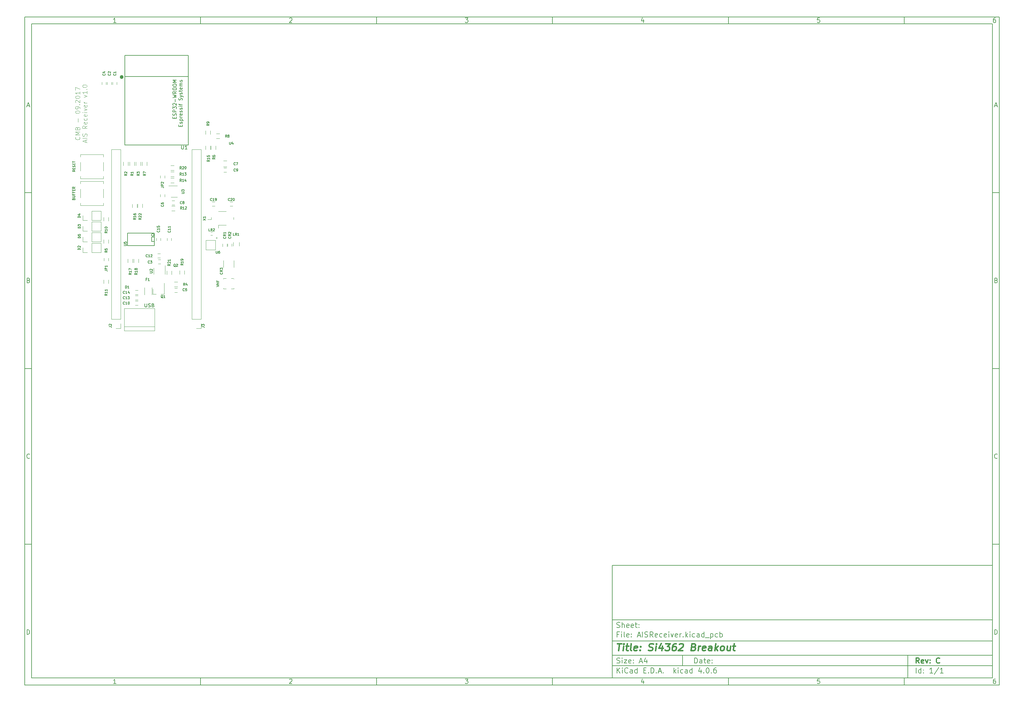
<source format=gbr>
G04 #@! TF.FileFunction,Legend,Top*
%FSLAX46Y46*%
G04 Gerber Fmt 4.6, Leading zero omitted, Abs format (unit mm)*
G04 Created by KiCad (PCBNEW 4.0.6) date 09/08/17 15:19:15*
%MOMM*%
%LPD*%
G01*
G04 APERTURE LIST*
%ADD10C,0.150000*%
%ADD11C,0.300000*%
%ADD12C,0.400000*%
%ADD13C,0.125000*%
%ADD14C,0.120000*%
%ADD15C,0.500000*%
%ADD16C,0.050000*%
G04 APERTURE END LIST*
D10*
X177002200Y-166007200D02*
X177002200Y-198007200D01*
X285002200Y-198007200D01*
X285002200Y-166007200D01*
X177002200Y-166007200D01*
X10000000Y-10000000D02*
X10000000Y-200007200D01*
X287002200Y-200007200D01*
X287002200Y-10000000D01*
X10000000Y-10000000D01*
X12000000Y-12000000D02*
X12000000Y-198007200D01*
X285002200Y-198007200D01*
X285002200Y-12000000D01*
X12000000Y-12000000D01*
X60000000Y-12000000D02*
X60000000Y-10000000D01*
X110000000Y-12000000D02*
X110000000Y-10000000D01*
X160000000Y-12000000D02*
X160000000Y-10000000D01*
X210000000Y-12000000D02*
X210000000Y-10000000D01*
X260000000Y-12000000D02*
X260000000Y-10000000D01*
X35990476Y-11588095D02*
X35247619Y-11588095D01*
X35619048Y-11588095D02*
X35619048Y-10288095D01*
X35495238Y-10473810D01*
X35371429Y-10597619D01*
X35247619Y-10659524D01*
X85247619Y-10411905D02*
X85309524Y-10350000D01*
X85433333Y-10288095D01*
X85742857Y-10288095D01*
X85866667Y-10350000D01*
X85928571Y-10411905D01*
X85990476Y-10535714D01*
X85990476Y-10659524D01*
X85928571Y-10845238D01*
X85185714Y-11588095D01*
X85990476Y-11588095D01*
X135185714Y-10288095D02*
X135990476Y-10288095D01*
X135557143Y-10783333D01*
X135742857Y-10783333D01*
X135866667Y-10845238D01*
X135928571Y-10907143D01*
X135990476Y-11030952D01*
X135990476Y-11340476D01*
X135928571Y-11464286D01*
X135866667Y-11526190D01*
X135742857Y-11588095D01*
X135371429Y-11588095D01*
X135247619Y-11526190D01*
X135185714Y-11464286D01*
X185866667Y-10721429D02*
X185866667Y-11588095D01*
X185557143Y-10226190D02*
X185247619Y-11154762D01*
X186052381Y-11154762D01*
X235928571Y-10288095D02*
X235309524Y-10288095D01*
X235247619Y-10907143D01*
X235309524Y-10845238D01*
X235433333Y-10783333D01*
X235742857Y-10783333D01*
X235866667Y-10845238D01*
X235928571Y-10907143D01*
X235990476Y-11030952D01*
X235990476Y-11340476D01*
X235928571Y-11464286D01*
X235866667Y-11526190D01*
X235742857Y-11588095D01*
X235433333Y-11588095D01*
X235309524Y-11526190D01*
X235247619Y-11464286D01*
X285866667Y-10288095D02*
X285619048Y-10288095D01*
X285495238Y-10350000D01*
X285433333Y-10411905D01*
X285309524Y-10597619D01*
X285247619Y-10845238D01*
X285247619Y-11340476D01*
X285309524Y-11464286D01*
X285371429Y-11526190D01*
X285495238Y-11588095D01*
X285742857Y-11588095D01*
X285866667Y-11526190D01*
X285928571Y-11464286D01*
X285990476Y-11340476D01*
X285990476Y-11030952D01*
X285928571Y-10907143D01*
X285866667Y-10845238D01*
X285742857Y-10783333D01*
X285495238Y-10783333D01*
X285371429Y-10845238D01*
X285309524Y-10907143D01*
X285247619Y-11030952D01*
X60000000Y-198007200D02*
X60000000Y-200007200D01*
X110000000Y-198007200D02*
X110000000Y-200007200D01*
X160000000Y-198007200D02*
X160000000Y-200007200D01*
X210000000Y-198007200D02*
X210000000Y-200007200D01*
X260000000Y-198007200D02*
X260000000Y-200007200D01*
X35990476Y-199595295D02*
X35247619Y-199595295D01*
X35619048Y-199595295D02*
X35619048Y-198295295D01*
X35495238Y-198481010D01*
X35371429Y-198604819D01*
X35247619Y-198666724D01*
X85247619Y-198419105D02*
X85309524Y-198357200D01*
X85433333Y-198295295D01*
X85742857Y-198295295D01*
X85866667Y-198357200D01*
X85928571Y-198419105D01*
X85990476Y-198542914D01*
X85990476Y-198666724D01*
X85928571Y-198852438D01*
X85185714Y-199595295D01*
X85990476Y-199595295D01*
X135185714Y-198295295D02*
X135990476Y-198295295D01*
X135557143Y-198790533D01*
X135742857Y-198790533D01*
X135866667Y-198852438D01*
X135928571Y-198914343D01*
X135990476Y-199038152D01*
X135990476Y-199347676D01*
X135928571Y-199471486D01*
X135866667Y-199533390D01*
X135742857Y-199595295D01*
X135371429Y-199595295D01*
X135247619Y-199533390D01*
X135185714Y-199471486D01*
X185866667Y-198728629D02*
X185866667Y-199595295D01*
X185557143Y-198233390D02*
X185247619Y-199161962D01*
X186052381Y-199161962D01*
X235928571Y-198295295D02*
X235309524Y-198295295D01*
X235247619Y-198914343D01*
X235309524Y-198852438D01*
X235433333Y-198790533D01*
X235742857Y-198790533D01*
X235866667Y-198852438D01*
X235928571Y-198914343D01*
X235990476Y-199038152D01*
X235990476Y-199347676D01*
X235928571Y-199471486D01*
X235866667Y-199533390D01*
X235742857Y-199595295D01*
X235433333Y-199595295D01*
X235309524Y-199533390D01*
X235247619Y-199471486D01*
X285866667Y-198295295D02*
X285619048Y-198295295D01*
X285495238Y-198357200D01*
X285433333Y-198419105D01*
X285309524Y-198604819D01*
X285247619Y-198852438D01*
X285247619Y-199347676D01*
X285309524Y-199471486D01*
X285371429Y-199533390D01*
X285495238Y-199595295D01*
X285742857Y-199595295D01*
X285866667Y-199533390D01*
X285928571Y-199471486D01*
X285990476Y-199347676D01*
X285990476Y-199038152D01*
X285928571Y-198914343D01*
X285866667Y-198852438D01*
X285742857Y-198790533D01*
X285495238Y-198790533D01*
X285371429Y-198852438D01*
X285309524Y-198914343D01*
X285247619Y-199038152D01*
X10000000Y-60000000D02*
X12000000Y-60000000D01*
X10000000Y-110000000D02*
X12000000Y-110000000D01*
X10000000Y-160000000D02*
X12000000Y-160000000D01*
X10690476Y-35216667D02*
X11309524Y-35216667D01*
X10566667Y-35588095D02*
X11000000Y-34288095D01*
X11433333Y-35588095D01*
X11092857Y-84907143D02*
X11278571Y-84969048D01*
X11340476Y-85030952D01*
X11402381Y-85154762D01*
X11402381Y-85340476D01*
X11340476Y-85464286D01*
X11278571Y-85526190D01*
X11154762Y-85588095D01*
X10659524Y-85588095D01*
X10659524Y-84288095D01*
X11092857Y-84288095D01*
X11216667Y-84350000D01*
X11278571Y-84411905D01*
X11340476Y-84535714D01*
X11340476Y-84659524D01*
X11278571Y-84783333D01*
X11216667Y-84845238D01*
X11092857Y-84907143D01*
X10659524Y-84907143D01*
X11402381Y-135464286D02*
X11340476Y-135526190D01*
X11154762Y-135588095D01*
X11030952Y-135588095D01*
X10845238Y-135526190D01*
X10721429Y-135402381D01*
X10659524Y-135278571D01*
X10597619Y-135030952D01*
X10597619Y-134845238D01*
X10659524Y-134597619D01*
X10721429Y-134473810D01*
X10845238Y-134350000D01*
X11030952Y-134288095D01*
X11154762Y-134288095D01*
X11340476Y-134350000D01*
X11402381Y-134411905D01*
X10659524Y-185588095D02*
X10659524Y-184288095D01*
X10969048Y-184288095D01*
X11154762Y-184350000D01*
X11278571Y-184473810D01*
X11340476Y-184597619D01*
X11402381Y-184845238D01*
X11402381Y-185030952D01*
X11340476Y-185278571D01*
X11278571Y-185402381D01*
X11154762Y-185526190D01*
X10969048Y-185588095D01*
X10659524Y-185588095D01*
X287002200Y-60000000D02*
X285002200Y-60000000D01*
X287002200Y-110000000D02*
X285002200Y-110000000D01*
X287002200Y-160000000D02*
X285002200Y-160000000D01*
X285692676Y-35216667D02*
X286311724Y-35216667D01*
X285568867Y-35588095D02*
X286002200Y-34288095D01*
X286435533Y-35588095D01*
X286095057Y-84907143D02*
X286280771Y-84969048D01*
X286342676Y-85030952D01*
X286404581Y-85154762D01*
X286404581Y-85340476D01*
X286342676Y-85464286D01*
X286280771Y-85526190D01*
X286156962Y-85588095D01*
X285661724Y-85588095D01*
X285661724Y-84288095D01*
X286095057Y-84288095D01*
X286218867Y-84350000D01*
X286280771Y-84411905D01*
X286342676Y-84535714D01*
X286342676Y-84659524D01*
X286280771Y-84783333D01*
X286218867Y-84845238D01*
X286095057Y-84907143D01*
X285661724Y-84907143D01*
X286404581Y-135464286D02*
X286342676Y-135526190D01*
X286156962Y-135588095D01*
X286033152Y-135588095D01*
X285847438Y-135526190D01*
X285723629Y-135402381D01*
X285661724Y-135278571D01*
X285599819Y-135030952D01*
X285599819Y-134845238D01*
X285661724Y-134597619D01*
X285723629Y-134473810D01*
X285847438Y-134350000D01*
X286033152Y-134288095D01*
X286156962Y-134288095D01*
X286342676Y-134350000D01*
X286404581Y-134411905D01*
X285661724Y-185588095D02*
X285661724Y-184288095D01*
X285971248Y-184288095D01*
X286156962Y-184350000D01*
X286280771Y-184473810D01*
X286342676Y-184597619D01*
X286404581Y-184845238D01*
X286404581Y-185030952D01*
X286342676Y-185278571D01*
X286280771Y-185402381D01*
X286156962Y-185526190D01*
X285971248Y-185588095D01*
X285661724Y-185588095D01*
X200359343Y-193785771D02*
X200359343Y-192285771D01*
X200716486Y-192285771D01*
X200930771Y-192357200D01*
X201073629Y-192500057D01*
X201145057Y-192642914D01*
X201216486Y-192928629D01*
X201216486Y-193142914D01*
X201145057Y-193428629D01*
X201073629Y-193571486D01*
X200930771Y-193714343D01*
X200716486Y-193785771D01*
X200359343Y-193785771D01*
X202502200Y-193785771D02*
X202502200Y-193000057D01*
X202430771Y-192857200D01*
X202287914Y-192785771D01*
X202002200Y-192785771D01*
X201859343Y-192857200D01*
X202502200Y-193714343D02*
X202359343Y-193785771D01*
X202002200Y-193785771D01*
X201859343Y-193714343D01*
X201787914Y-193571486D01*
X201787914Y-193428629D01*
X201859343Y-193285771D01*
X202002200Y-193214343D01*
X202359343Y-193214343D01*
X202502200Y-193142914D01*
X203002200Y-192785771D02*
X203573629Y-192785771D01*
X203216486Y-192285771D02*
X203216486Y-193571486D01*
X203287914Y-193714343D01*
X203430772Y-193785771D01*
X203573629Y-193785771D01*
X204645057Y-193714343D02*
X204502200Y-193785771D01*
X204216486Y-193785771D01*
X204073629Y-193714343D01*
X204002200Y-193571486D01*
X204002200Y-193000057D01*
X204073629Y-192857200D01*
X204216486Y-192785771D01*
X204502200Y-192785771D01*
X204645057Y-192857200D01*
X204716486Y-193000057D01*
X204716486Y-193142914D01*
X204002200Y-193285771D01*
X205359343Y-193642914D02*
X205430771Y-193714343D01*
X205359343Y-193785771D01*
X205287914Y-193714343D01*
X205359343Y-193642914D01*
X205359343Y-193785771D01*
X205359343Y-192857200D02*
X205430771Y-192928629D01*
X205359343Y-193000057D01*
X205287914Y-192928629D01*
X205359343Y-192857200D01*
X205359343Y-193000057D01*
X177002200Y-194507200D02*
X285002200Y-194507200D01*
X178359343Y-196585771D02*
X178359343Y-195085771D01*
X179216486Y-196585771D02*
X178573629Y-195728629D01*
X179216486Y-195085771D02*
X178359343Y-195942914D01*
X179859343Y-196585771D02*
X179859343Y-195585771D01*
X179859343Y-195085771D02*
X179787914Y-195157200D01*
X179859343Y-195228629D01*
X179930771Y-195157200D01*
X179859343Y-195085771D01*
X179859343Y-195228629D01*
X181430772Y-196442914D02*
X181359343Y-196514343D01*
X181145057Y-196585771D01*
X181002200Y-196585771D01*
X180787915Y-196514343D01*
X180645057Y-196371486D01*
X180573629Y-196228629D01*
X180502200Y-195942914D01*
X180502200Y-195728629D01*
X180573629Y-195442914D01*
X180645057Y-195300057D01*
X180787915Y-195157200D01*
X181002200Y-195085771D01*
X181145057Y-195085771D01*
X181359343Y-195157200D01*
X181430772Y-195228629D01*
X182716486Y-196585771D02*
X182716486Y-195800057D01*
X182645057Y-195657200D01*
X182502200Y-195585771D01*
X182216486Y-195585771D01*
X182073629Y-195657200D01*
X182716486Y-196514343D02*
X182573629Y-196585771D01*
X182216486Y-196585771D01*
X182073629Y-196514343D01*
X182002200Y-196371486D01*
X182002200Y-196228629D01*
X182073629Y-196085771D01*
X182216486Y-196014343D01*
X182573629Y-196014343D01*
X182716486Y-195942914D01*
X184073629Y-196585771D02*
X184073629Y-195085771D01*
X184073629Y-196514343D02*
X183930772Y-196585771D01*
X183645058Y-196585771D01*
X183502200Y-196514343D01*
X183430772Y-196442914D01*
X183359343Y-196300057D01*
X183359343Y-195871486D01*
X183430772Y-195728629D01*
X183502200Y-195657200D01*
X183645058Y-195585771D01*
X183930772Y-195585771D01*
X184073629Y-195657200D01*
X185930772Y-195800057D02*
X186430772Y-195800057D01*
X186645058Y-196585771D02*
X185930772Y-196585771D01*
X185930772Y-195085771D01*
X186645058Y-195085771D01*
X187287915Y-196442914D02*
X187359343Y-196514343D01*
X187287915Y-196585771D01*
X187216486Y-196514343D01*
X187287915Y-196442914D01*
X187287915Y-196585771D01*
X188002201Y-196585771D02*
X188002201Y-195085771D01*
X188359344Y-195085771D01*
X188573629Y-195157200D01*
X188716487Y-195300057D01*
X188787915Y-195442914D01*
X188859344Y-195728629D01*
X188859344Y-195942914D01*
X188787915Y-196228629D01*
X188716487Y-196371486D01*
X188573629Y-196514343D01*
X188359344Y-196585771D01*
X188002201Y-196585771D01*
X189502201Y-196442914D02*
X189573629Y-196514343D01*
X189502201Y-196585771D01*
X189430772Y-196514343D01*
X189502201Y-196442914D01*
X189502201Y-196585771D01*
X190145058Y-196157200D02*
X190859344Y-196157200D01*
X190002201Y-196585771D02*
X190502201Y-195085771D01*
X191002201Y-196585771D01*
X191502201Y-196442914D02*
X191573629Y-196514343D01*
X191502201Y-196585771D01*
X191430772Y-196514343D01*
X191502201Y-196442914D01*
X191502201Y-196585771D01*
X194502201Y-196585771D02*
X194502201Y-195085771D01*
X194645058Y-196014343D02*
X195073629Y-196585771D01*
X195073629Y-195585771D02*
X194502201Y-196157200D01*
X195716487Y-196585771D02*
X195716487Y-195585771D01*
X195716487Y-195085771D02*
X195645058Y-195157200D01*
X195716487Y-195228629D01*
X195787915Y-195157200D01*
X195716487Y-195085771D01*
X195716487Y-195228629D01*
X197073630Y-196514343D02*
X196930773Y-196585771D01*
X196645059Y-196585771D01*
X196502201Y-196514343D01*
X196430773Y-196442914D01*
X196359344Y-196300057D01*
X196359344Y-195871486D01*
X196430773Y-195728629D01*
X196502201Y-195657200D01*
X196645059Y-195585771D01*
X196930773Y-195585771D01*
X197073630Y-195657200D01*
X198359344Y-196585771D02*
X198359344Y-195800057D01*
X198287915Y-195657200D01*
X198145058Y-195585771D01*
X197859344Y-195585771D01*
X197716487Y-195657200D01*
X198359344Y-196514343D02*
X198216487Y-196585771D01*
X197859344Y-196585771D01*
X197716487Y-196514343D01*
X197645058Y-196371486D01*
X197645058Y-196228629D01*
X197716487Y-196085771D01*
X197859344Y-196014343D01*
X198216487Y-196014343D01*
X198359344Y-195942914D01*
X199716487Y-196585771D02*
X199716487Y-195085771D01*
X199716487Y-196514343D02*
X199573630Y-196585771D01*
X199287916Y-196585771D01*
X199145058Y-196514343D01*
X199073630Y-196442914D01*
X199002201Y-196300057D01*
X199002201Y-195871486D01*
X199073630Y-195728629D01*
X199145058Y-195657200D01*
X199287916Y-195585771D01*
X199573630Y-195585771D01*
X199716487Y-195657200D01*
X202216487Y-195585771D02*
X202216487Y-196585771D01*
X201859344Y-195014343D02*
X201502201Y-196085771D01*
X202430773Y-196085771D01*
X203002201Y-196442914D02*
X203073629Y-196514343D01*
X203002201Y-196585771D01*
X202930772Y-196514343D01*
X203002201Y-196442914D01*
X203002201Y-196585771D01*
X204002201Y-195085771D02*
X204145058Y-195085771D01*
X204287915Y-195157200D01*
X204359344Y-195228629D01*
X204430773Y-195371486D01*
X204502201Y-195657200D01*
X204502201Y-196014343D01*
X204430773Y-196300057D01*
X204359344Y-196442914D01*
X204287915Y-196514343D01*
X204145058Y-196585771D01*
X204002201Y-196585771D01*
X203859344Y-196514343D01*
X203787915Y-196442914D01*
X203716487Y-196300057D01*
X203645058Y-196014343D01*
X203645058Y-195657200D01*
X203716487Y-195371486D01*
X203787915Y-195228629D01*
X203859344Y-195157200D01*
X204002201Y-195085771D01*
X205145058Y-196442914D02*
X205216486Y-196514343D01*
X205145058Y-196585771D01*
X205073629Y-196514343D01*
X205145058Y-196442914D01*
X205145058Y-196585771D01*
X206502201Y-195085771D02*
X206216487Y-195085771D01*
X206073630Y-195157200D01*
X206002201Y-195228629D01*
X205859344Y-195442914D01*
X205787915Y-195728629D01*
X205787915Y-196300057D01*
X205859344Y-196442914D01*
X205930772Y-196514343D01*
X206073630Y-196585771D01*
X206359344Y-196585771D01*
X206502201Y-196514343D01*
X206573630Y-196442914D01*
X206645058Y-196300057D01*
X206645058Y-195942914D01*
X206573630Y-195800057D01*
X206502201Y-195728629D01*
X206359344Y-195657200D01*
X206073630Y-195657200D01*
X205930772Y-195728629D01*
X205859344Y-195800057D01*
X205787915Y-195942914D01*
X177002200Y-191507200D02*
X285002200Y-191507200D01*
D11*
X264216486Y-193785771D02*
X263716486Y-193071486D01*
X263359343Y-193785771D02*
X263359343Y-192285771D01*
X263930771Y-192285771D01*
X264073629Y-192357200D01*
X264145057Y-192428629D01*
X264216486Y-192571486D01*
X264216486Y-192785771D01*
X264145057Y-192928629D01*
X264073629Y-193000057D01*
X263930771Y-193071486D01*
X263359343Y-193071486D01*
X265430771Y-193714343D02*
X265287914Y-193785771D01*
X265002200Y-193785771D01*
X264859343Y-193714343D01*
X264787914Y-193571486D01*
X264787914Y-193000057D01*
X264859343Y-192857200D01*
X265002200Y-192785771D01*
X265287914Y-192785771D01*
X265430771Y-192857200D01*
X265502200Y-193000057D01*
X265502200Y-193142914D01*
X264787914Y-193285771D01*
X266002200Y-192785771D02*
X266359343Y-193785771D01*
X266716485Y-192785771D01*
X267287914Y-193642914D02*
X267359342Y-193714343D01*
X267287914Y-193785771D01*
X267216485Y-193714343D01*
X267287914Y-193642914D01*
X267287914Y-193785771D01*
X267287914Y-192857200D02*
X267359342Y-192928629D01*
X267287914Y-193000057D01*
X267216485Y-192928629D01*
X267287914Y-192857200D01*
X267287914Y-193000057D01*
X270002200Y-193642914D02*
X269930771Y-193714343D01*
X269716485Y-193785771D01*
X269573628Y-193785771D01*
X269359343Y-193714343D01*
X269216485Y-193571486D01*
X269145057Y-193428629D01*
X269073628Y-193142914D01*
X269073628Y-192928629D01*
X269145057Y-192642914D01*
X269216485Y-192500057D01*
X269359343Y-192357200D01*
X269573628Y-192285771D01*
X269716485Y-192285771D01*
X269930771Y-192357200D01*
X270002200Y-192428629D01*
D10*
X178287914Y-193714343D02*
X178502200Y-193785771D01*
X178859343Y-193785771D01*
X179002200Y-193714343D01*
X179073629Y-193642914D01*
X179145057Y-193500057D01*
X179145057Y-193357200D01*
X179073629Y-193214343D01*
X179002200Y-193142914D01*
X178859343Y-193071486D01*
X178573629Y-193000057D01*
X178430771Y-192928629D01*
X178359343Y-192857200D01*
X178287914Y-192714343D01*
X178287914Y-192571486D01*
X178359343Y-192428629D01*
X178430771Y-192357200D01*
X178573629Y-192285771D01*
X178930771Y-192285771D01*
X179145057Y-192357200D01*
X179787914Y-193785771D02*
X179787914Y-192785771D01*
X179787914Y-192285771D02*
X179716485Y-192357200D01*
X179787914Y-192428629D01*
X179859342Y-192357200D01*
X179787914Y-192285771D01*
X179787914Y-192428629D01*
X180359343Y-192785771D02*
X181145057Y-192785771D01*
X180359343Y-193785771D01*
X181145057Y-193785771D01*
X182287914Y-193714343D02*
X182145057Y-193785771D01*
X181859343Y-193785771D01*
X181716486Y-193714343D01*
X181645057Y-193571486D01*
X181645057Y-193000057D01*
X181716486Y-192857200D01*
X181859343Y-192785771D01*
X182145057Y-192785771D01*
X182287914Y-192857200D01*
X182359343Y-193000057D01*
X182359343Y-193142914D01*
X181645057Y-193285771D01*
X183002200Y-193642914D02*
X183073628Y-193714343D01*
X183002200Y-193785771D01*
X182930771Y-193714343D01*
X183002200Y-193642914D01*
X183002200Y-193785771D01*
X183002200Y-192857200D02*
X183073628Y-192928629D01*
X183002200Y-193000057D01*
X182930771Y-192928629D01*
X183002200Y-192857200D01*
X183002200Y-193000057D01*
X184787914Y-193357200D02*
X185502200Y-193357200D01*
X184645057Y-193785771D02*
X185145057Y-192285771D01*
X185645057Y-193785771D01*
X186787914Y-192785771D02*
X186787914Y-193785771D01*
X186430771Y-192214343D02*
X186073628Y-193285771D01*
X187002200Y-193285771D01*
X263359343Y-196585771D02*
X263359343Y-195085771D01*
X264716486Y-196585771D02*
X264716486Y-195085771D01*
X264716486Y-196514343D02*
X264573629Y-196585771D01*
X264287915Y-196585771D01*
X264145057Y-196514343D01*
X264073629Y-196442914D01*
X264002200Y-196300057D01*
X264002200Y-195871486D01*
X264073629Y-195728629D01*
X264145057Y-195657200D01*
X264287915Y-195585771D01*
X264573629Y-195585771D01*
X264716486Y-195657200D01*
X265430772Y-196442914D02*
X265502200Y-196514343D01*
X265430772Y-196585771D01*
X265359343Y-196514343D01*
X265430772Y-196442914D01*
X265430772Y-196585771D01*
X265430772Y-195657200D02*
X265502200Y-195728629D01*
X265430772Y-195800057D01*
X265359343Y-195728629D01*
X265430772Y-195657200D01*
X265430772Y-195800057D01*
X268073629Y-196585771D02*
X267216486Y-196585771D01*
X267645058Y-196585771D02*
X267645058Y-195085771D01*
X267502201Y-195300057D01*
X267359343Y-195442914D01*
X267216486Y-195514343D01*
X269787914Y-195014343D02*
X268502200Y-196942914D01*
X271073629Y-196585771D02*
X270216486Y-196585771D01*
X270645058Y-196585771D02*
X270645058Y-195085771D01*
X270502201Y-195300057D01*
X270359343Y-195442914D01*
X270216486Y-195514343D01*
X177002200Y-187507200D02*
X285002200Y-187507200D01*
D12*
X178454581Y-188211962D02*
X179597438Y-188211962D01*
X178776010Y-190211962D02*
X179026010Y-188211962D01*
X180014105Y-190211962D02*
X180180771Y-188878629D01*
X180264105Y-188211962D02*
X180156962Y-188307200D01*
X180240295Y-188402438D01*
X180347439Y-188307200D01*
X180264105Y-188211962D01*
X180240295Y-188402438D01*
X180847438Y-188878629D02*
X181609343Y-188878629D01*
X181216486Y-188211962D02*
X181002200Y-189926248D01*
X181073630Y-190116724D01*
X181252201Y-190211962D01*
X181442677Y-190211962D01*
X182395058Y-190211962D02*
X182216487Y-190116724D01*
X182145057Y-189926248D01*
X182359343Y-188211962D01*
X183930772Y-190116724D02*
X183728391Y-190211962D01*
X183347439Y-190211962D01*
X183168867Y-190116724D01*
X183097438Y-189926248D01*
X183192676Y-189164343D01*
X183311724Y-188973867D01*
X183514105Y-188878629D01*
X183895057Y-188878629D01*
X184073629Y-188973867D01*
X184145057Y-189164343D01*
X184121248Y-189354819D01*
X183145057Y-189545295D01*
X184895057Y-190021486D02*
X184978392Y-190116724D01*
X184871248Y-190211962D01*
X184787915Y-190116724D01*
X184895057Y-190021486D01*
X184871248Y-190211962D01*
X185026010Y-188973867D02*
X185109344Y-189069105D01*
X185002200Y-189164343D01*
X184918867Y-189069105D01*
X185026010Y-188973867D01*
X185002200Y-189164343D01*
X187264106Y-190116724D02*
X187537916Y-190211962D01*
X188014106Y-190211962D01*
X188216487Y-190116724D01*
X188323629Y-190021486D01*
X188442678Y-189831010D01*
X188466487Y-189640533D01*
X188395058Y-189450057D01*
X188311725Y-189354819D01*
X188133153Y-189259581D01*
X187764106Y-189164343D01*
X187585535Y-189069105D01*
X187502201Y-188973867D01*
X187430772Y-188783390D01*
X187454582Y-188592914D01*
X187573629Y-188402438D01*
X187680773Y-188307200D01*
X187883154Y-188211962D01*
X188359344Y-188211962D01*
X188633154Y-188307200D01*
X189252201Y-190211962D02*
X189418867Y-188878629D01*
X189502201Y-188211962D02*
X189395058Y-188307200D01*
X189478391Y-188402438D01*
X189585535Y-188307200D01*
X189502201Y-188211962D01*
X189478391Y-188402438D01*
X191228391Y-188878629D02*
X191061725Y-190211962D01*
X190847440Y-188116724D02*
X190192677Y-189545295D01*
X191430773Y-189545295D01*
X192168868Y-188211962D02*
X193406964Y-188211962D01*
X192645059Y-188973867D01*
X192930773Y-188973867D01*
X193109344Y-189069105D01*
X193192677Y-189164343D01*
X193264107Y-189354819D01*
X193204583Y-189831010D01*
X193085534Y-190021486D01*
X192978392Y-190116724D01*
X192776011Y-190211962D01*
X192204583Y-190211962D01*
X192026011Y-190116724D01*
X191942677Y-190021486D01*
X195121249Y-188211962D02*
X194740297Y-188211962D01*
X194537916Y-188307200D01*
X194430773Y-188402438D01*
X194204582Y-188688152D01*
X194061725Y-189069105D01*
X193966487Y-189831010D01*
X194037915Y-190021486D01*
X194121250Y-190116724D01*
X194299821Y-190211962D01*
X194680773Y-190211962D01*
X194883154Y-190116724D01*
X194990296Y-190021486D01*
X195109345Y-189831010D01*
X195168869Y-189354819D01*
X195097439Y-189164343D01*
X195014106Y-189069105D01*
X194835535Y-188973867D01*
X194454583Y-188973867D01*
X194252202Y-189069105D01*
X194145058Y-189164343D01*
X194026011Y-189354819D01*
X196049820Y-188402438D02*
X196156963Y-188307200D01*
X196359345Y-188211962D01*
X196835535Y-188211962D01*
X197014106Y-188307200D01*
X197097439Y-188402438D01*
X197168869Y-188592914D01*
X197145059Y-188783390D01*
X197014106Y-189069105D01*
X195728392Y-190211962D01*
X196966488Y-190211962D01*
X200145059Y-189164343D02*
X200418868Y-189259581D01*
X200502203Y-189354819D01*
X200573631Y-189545295D01*
X200537917Y-189831010D01*
X200418869Y-190021486D01*
X200311726Y-190116724D01*
X200109345Y-190211962D01*
X199347440Y-190211962D01*
X199597440Y-188211962D01*
X200264107Y-188211962D01*
X200442678Y-188307200D01*
X200526011Y-188402438D01*
X200597441Y-188592914D01*
X200573631Y-188783390D01*
X200454583Y-188973867D01*
X200347440Y-189069105D01*
X200145059Y-189164343D01*
X199478392Y-189164343D01*
X201347440Y-190211962D02*
X201514106Y-188878629D01*
X201466487Y-189259581D02*
X201585536Y-189069105D01*
X201692679Y-188973867D01*
X201895059Y-188878629D01*
X202085535Y-188878629D01*
X203359345Y-190116724D02*
X203156964Y-190211962D01*
X202776012Y-190211962D01*
X202597440Y-190116724D01*
X202526011Y-189926248D01*
X202621249Y-189164343D01*
X202740297Y-188973867D01*
X202942678Y-188878629D01*
X203323630Y-188878629D01*
X203502202Y-188973867D01*
X203573630Y-189164343D01*
X203549821Y-189354819D01*
X202573630Y-189545295D01*
X205156964Y-190211962D02*
X205287916Y-189164343D01*
X205216488Y-188973867D01*
X205037916Y-188878629D01*
X204656964Y-188878629D01*
X204454583Y-188973867D01*
X205168869Y-190116724D02*
X204966488Y-190211962D01*
X204490298Y-190211962D01*
X204311726Y-190116724D01*
X204240297Y-189926248D01*
X204264107Y-189735771D01*
X204383154Y-189545295D01*
X204585536Y-189450057D01*
X205061726Y-189450057D01*
X205264107Y-189354819D01*
X206109345Y-190211962D02*
X206359345Y-188211962D01*
X206395060Y-189450057D02*
X206871250Y-190211962D01*
X207037916Y-188878629D02*
X206180773Y-189640533D01*
X208014108Y-190211962D02*
X207835537Y-190116724D01*
X207752202Y-190021486D01*
X207680774Y-189831010D01*
X207752202Y-189259581D01*
X207871250Y-189069105D01*
X207978394Y-188973867D01*
X208180774Y-188878629D01*
X208466488Y-188878629D01*
X208645060Y-188973867D01*
X208728393Y-189069105D01*
X208799821Y-189259581D01*
X208728393Y-189831010D01*
X208609345Y-190021486D01*
X208502203Y-190116724D01*
X208299822Y-190211962D01*
X208014108Y-190211962D01*
X210561726Y-188878629D02*
X210395060Y-190211962D01*
X209704583Y-188878629D02*
X209573631Y-189926248D01*
X209645061Y-190116724D01*
X209823632Y-190211962D01*
X210109346Y-190211962D01*
X210311727Y-190116724D01*
X210418869Y-190021486D01*
X211228393Y-188878629D02*
X211990298Y-188878629D01*
X211597441Y-188211962D02*
X211383155Y-189926248D01*
X211454585Y-190116724D01*
X211633156Y-190211962D01*
X211823632Y-190211962D01*
D10*
X178859343Y-185600057D02*
X178359343Y-185600057D01*
X178359343Y-186385771D02*
X178359343Y-184885771D01*
X179073629Y-184885771D01*
X179645057Y-186385771D02*
X179645057Y-185385771D01*
X179645057Y-184885771D02*
X179573628Y-184957200D01*
X179645057Y-185028629D01*
X179716485Y-184957200D01*
X179645057Y-184885771D01*
X179645057Y-185028629D01*
X180573629Y-186385771D02*
X180430771Y-186314343D01*
X180359343Y-186171486D01*
X180359343Y-184885771D01*
X181716485Y-186314343D02*
X181573628Y-186385771D01*
X181287914Y-186385771D01*
X181145057Y-186314343D01*
X181073628Y-186171486D01*
X181073628Y-185600057D01*
X181145057Y-185457200D01*
X181287914Y-185385771D01*
X181573628Y-185385771D01*
X181716485Y-185457200D01*
X181787914Y-185600057D01*
X181787914Y-185742914D01*
X181073628Y-185885771D01*
X182430771Y-186242914D02*
X182502199Y-186314343D01*
X182430771Y-186385771D01*
X182359342Y-186314343D01*
X182430771Y-186242914D01*
X182430771Y-186385771D01*
X182430771Y-185457200D02*
X182502199Y-185528629D01*
X182430771Y-185600057D01*
X182359342Y-185528629D01*
X182430771Y-185457200D01*
X182430771Y-185600057D01*
X184216485Y-185957200D02*
X184930771Y-185957200D01*
X184073628Y-186385771D02*
X184573628Y-184885771D01*
X185073628Y-186385771D01*
X185573628Y-186385771D02*
X185573628Y-184885771D01*
X186216485Y-186314343D02*
X186430771Y-186385771D01*
X186787914Y-186385771D01*
X186930771Y-186314343D01*
X187002200Y-186242914D01*
X187073628Y-186100057D01*
X187073628Y-185957200D01*
X187002200Y-185814343D01*
X186930771Y-185742914D01*
X186787914Y-185671486D01*
X186502200Y-185600057D01*
X186359342Y-185528629D01*
X186287914Y-185457200D01*
X186216485Y-185314343D01*
X186216485Y-185171486D01*
X186287914Y-185028629D01*
X186359342Y-184957200D01*
X186502200Y-184885771D01*
X186859342Y-184885771D01*
X187073628Y-184957200D01*
X188573628Y-186385771D02*
X188073628Y-185671486D01*
X187716485Y-186385771D02*
X187716485Y-184885771D01*
X188287913Y-184885771D01*
X188430771Y-184957200D01*
X188502199Y-185028629D01*
X188573628Y-185171486D01*
X188573628Y-185385771D01*
X188502199Y-185528629D01*
X188430771Y-185600057D01*
X188287913Y-185671486D01*
X187716485Y-185671486D01*
X189787913Y-186314343D02*
X189645056Y-186385771D01*
X189359342Y-186385771D01*
X189216485Y-186314343D01*
X189145056Y-186171486D01*
X189145056Y-185600057D01*
X189216485Y-185457200D01*
X189359342Y-185385771D01*
X189645056Y-185385771D01*
X189787913Y-185457200D01*
X189859342Y-185600057D01*
X189859342Y-185742914D01*
X189145056Y-185885771D01*
X191145056Y-186314343D02*
X191002199Y-186385771D01*
X190716485Y-186385771D01*
X190573627Y-186314343D01*
X190502199Y-186242914D01*
X190430770Y-186100057D01*
X190430770Y-185671486D01*
X190502199Y-185528629D01*
X190573627Y-185457200D01*
X190716485Y-185385771D01*
X191002199Y-185385771D01*
X191145056Y-185457200D01*
X192359341Y-186314343D02*
X192216484Y-186385771D01*
X191930770Y-186385771D01*
X191787913Y-186314343D01*
X191716484Y-186171486D01*
X191716484Y-185600057D01*
X191787913Y-185457200D01*
X191930770Y-185385771D01*
X192216484Y-185385771D01*
X192359341Y-185457200D01*
X192430770Y-185600057D01*
X192430770Y-185742914D01*
X191716484Y-185885771D01*
X193073627Y-186385771D02*
X193073627Y-185385771D01*
X193073627Y-184885771D02*
X193002198Y-184957200D01*
X193073627Y-185028629D01*
X193145055Y-184957200D01*
X193073627Y-184885771D01*
X193073627Y-185028629D01*
X193645056Y-185385771D02*
X194002199Y-186385771D01*
X194359341Y-185385771D01*
X195502198Y-186314343D02*
X195359341Y-186385771D01*
X195073627Y-186385771D01*
X194930770Y-186314343D01*
X194859341Y-186171486D01*
X194859341Y-185600057D01*
X194930770Y-185457200D01*
X195073627Y-185385771D01*
X195359341Y-185385771D01*
X195502198Y-185457200D01*
X195573627Y-185600057D01*
X195573627Y-185742914D01*
X194859341Y-185885771D01*
X196216484Y-186385771D02*
X196216484Y-185385771D01*
X196216484Y-185671486D02*
X196287912Y-185528629D01*
X196359341Y-185457200D01*
X196502198Y-185385771D01*
X196645055Y-185385771D01*
X197145055Y-186242914D02*
X197216483Y-186314343D01*
X197145055Y-186385771D01*
X197073626Y-186314343D01*
X197145055Y-186242914D01*
X197145055Y-186385771D01*
X197859341Y-186385771D02*
X197859341Y-184885771D01*
X198002198Y-185814343D02*
X198430769Y-186385771D01*
X198430769Y-185385771D02*
X197859341Y-185957200D01*
X199073627Y-186385771D02*
X199073627Y-185385771D01*
X199073627Y-184885771D02*
X199002198Y-184957200D01*
X199073627Y-185028629D01*
X199145055Y-184957200D01*
X199073627Y-184885771D01*
X199073627Y-185028629D01*
X200430770Y-186314343D02*
X200287913Y-186385771D01*
X200002199Y-186385771D01*
X199859341Y-186314343D01*
X199787913Y-186242914D01*
X199716484Y-186100057D01*
X199716484Y-185671486D01*
X199787913Y-185528629D01*
X199859341Y-185457200D01*
X200002199Y-185385771D01*
X200287913Y-185385771D01*
X200430770Y-185457200D01*
X201716484Y-186385771D02*
X201716484Y-185600057D01*
X201645055Y-185457200D01*
X201502198Y-185385771D01*
X201216484Y-185385771D01*
X201073627Y-185457200D01*
X201716484Y-186314343D02*
X201573627Y-186385771D01*
X201216484Y-186385771D01*
X201073627Y-186314343D01*
X201002198Y-186171486D01*
X201002198Y-186028629D01*
X201073627Y-185885771D01*
X201216484Y-185814343D01*
X201573627Y-185814343D01*
X201716484Y-185742914D01*
X203073627Y-186385771D02*
X203073627Y-184885771D01*
X203073627Y-186314343D02*
X202930770Y-186385771D01*
X202645056Y-186385771D01*
X202502198Y-186314343D01*
X202430770Y-186242914D01*
X202359341Y-186100057D01*
X202359341Y-185671486D01*
X202430770Y-185528629D01*
X202502198Y-185457200D01*
X202645056Y-185385771D01*
X202930770Y-185385771D01*
X203073627Y-185457200D01*
X203430770Y-186528629D02*
X204573627Y-186528629D01*
X204930770Y-185385771D02*
X204930770Y-186885771D01*
X204930770Y-185457200D02*
X205073627Y-185385771D01*
X205359341Y-185385771D01*
X205502198Y-185457200D01*
X205573627Y-185528629D01*
X205645056Y-185671486D01*
X205645056Y-186100057D01*
X205573627Y-186242914D01*
X205502198Y-186314343D01*
X205359341Y-186385771D01*
X205073627Y-186385771D01*
X204930770Y-186314343D01*
X206930770Y-186314343D02*
X206787913Y-186385771D01*
X206502199Y-186385771D01*
X206359341Y-186314343D01*
X206287913Y-186242914D01*
X206216484Y-186100057D01*
X206216484Y-185671486D01*
X206287913Y-185528629D01*
X206359341Y-185457200D01*
X206502199Y-185385771D01*
X206787913Y-185385771D01*
X206930770Y-185457200D01*
X207573627Y-186385771D02*
X207573627Y-184885771D01*
X207573627Y-185457200D02*
X207716484Y-185385771D01*
X208002198Y-185385771D01*
X208145055Y-185457200D01*
X208216484Y-185528629D01*
X208287913Y-185671486D01*
X208287913Y-186100057D01*
X208216484Y-186242914D01*
X208145055Y-186314343D01*
X208002198Y-186385771D01*
X207716484Y-186385771D01*
X207573627Y-186314343D01*
X177002200Y-181507200D02*
X285002200Y-181507200D01*
X178287914Y-183614343D02*
X178502200Y-183685771D01*
X178859343Y-183685771D01*
X179002200Y-183614343D01*
X179073629Y-183542914D01*
X179145057Y-183400057D01*
X179145057Y-183257200D01*
X179073629Y-183114343D01*
X179002200Y-183042914D01*
X178859343Y-182971486D01*
X178573629Y-182900057D01*
X178430771Y-182828629D01*
X178359343Y-182757200D01*
X178287914Y-182614343D01*
X178287914Y-182471486D01*
X178359343Y-182328629D01*
X178430771Y-182257200D01*
X178573629Y-182185771D01*
X178930771Y-182185771D01*
X179145057Y-182257200D01*
X179787914Y-183685771D02*
X179787914Y-182185771D01*
X180430771Y-183685771D02*
X180430771Y-182900057D01*
X180359342Y-182757200D01*
X180216485Y-182685771D01*
X180002200Y-182685771D01*
X179859342Y-182757200D01*
X179787914Y-182828629D01*
X181716485Y-183614343D02*
X181573628Y-183685771D01*
X181287914Y-183685771D01*
X181145057Y-183614343D01*
X181073628Y-183471486D01*
X181073628Y-182900057D01*
X181145057Y-182757200D01*
X181287914Y-182685771D01*
X181573628Y-182685771D01*
X181716485Y-182757200D01*
X181787914Y-182900057D01*
X181787914Y-183042914D01*
X181073628Y-183185771D01*
X183002199Y-183614343D02*
X182859342Y-183685771D01*
X182573628Y-183685771D01*
X182430771Y-183614343D01*
X182359342Y-183471486D01*
X182359342Y-182900057D01*
X182430771Y-182757200D01*
X182573628Y-182685771D01*
X182859342Y-182685771D01*
X183002199Y-182757200D01*
X183073628Y-182900057D01*
X183073628Y-183042914D01*
X182359342Y-183185771D01*
X183502199Y-182685771D02*
X184073628Y-182685771D01*
X183716485Y-182185771D02*
X183716485Y-183471486D01*
X183787913Y-183614343D01*
X183930771Y-183685771D01*
X184073628Y-183685771D01*
X184573628Y-183542914D02*
X184645056Y-183614343D01*
X184573628Y-183685771D01*
X184502199Y-183614343D01*
X184573628Y-183542914D01*
X184573628Y-183685771D01*
X184573628Y-182757200D02*
X184645056Y-182828629D01*
X184573628Y-182900057D01*
X184502199Y-182828629D01*
X184573628Y-182757200D01*
X184573628Y-182900057D01*
X197002200Y-191507200D02*
X197002200Y-194507200D01*
X261002200Y-191507200D02*
X261002200Y-198007200D01*
D13*
X25549771Y-44117382D02*
X25610248Y-44177858D01*
X25670724Y-44359287D01*
X25670724Y-44480239D01*
X25610248Y-44661667D01*
X25489295Y-44782620D01*
X25368343Y-44843096D01*
X25126438Y-44903572D01*
X24945010Y-44903572D01*
X24703105Y-44843096D01*
X24582152Y-44782620D01*
X24461200Y-44661667D01*
X24400724Y-44480239D01*
X24400724Y-44359287D01*
X24461200Y-44177858D01*
X24521676Y-44117382D01*
X25670724Y-43573096D02*
X24400724Y-43573096D01*
X25307867Y-43149763D01*
X24400724Y-42726429D01*
X25670724Y-42726429D01*
X25005486Y-41698334D02*
X25065962Y-41516905D01*
X25126438Y-41456429D01*
X25247390Y-41395953D01*
X25428819Y-41395953D01*
X25549771Y-41456429D01*
X25610248Y-41516905D01*
X25670724Y-41637858D01*
X25670724Y-42121667D01*
X24400724Y-42121667D01*
X24400724Y-41698334D01*
X24461200Y-41577381D01*
X24521676Y-41516905D01*
X24642629Y-41456429D01*
X24763581Y-41456429D01*
X24884533Y-41516905D01*
X24945010Y-41577381D01*
X25005486Y-41698334D01*
X25005486Y-42121667D01*
X25186914Y-39884048D02*
X25186914Y-38916429D01*
X24400724Y-37102143D02*
X24400724Y-36981191D01*
X24461200Y-36860239D01*
X24521676Y-36799762D01*
X24642629Y-36739286D01*
X24884533Y-36678810D01*
X25186914Y-36678810D01*
X25428819Y-36739286D01*
X25549771Y-36799762D01*
X25610248Y-36860239D01*
X25670724Y-36981191D01*
X25670724Y-37102143D01*
X25610248Y-37223096D01*
X25549771Y-37283572D01*
X25428819Y-37344048D01*
X25186914Y-37404524D01*
X24884533Y-37404524D01*
X24642629Y-37344048D01*
X24521676Y-37283572D01*
X24461200Y-37223096D01*
X24400724Y-37102143D01*
X25670724Y-36074048D02*
X25670724Y-35832143D01*
X25610248Y-35711191D01*
X25549771Y-35650715D01*
X25368343Y-35529762D01*
X25126438Y-35469286D01*
X24642629Y-35469286D01*
X24521676Y-35529762D01*
X24461200Y-35590238D01*
X24400724Y-35711191D01*
X24400724Y-35953095D01*
X24461200Y-36074048D01*
X24521676Y-36134524D01*
X24642629Y-36195000D01*
X24945010Y-36195000D01*
X25065962Y-36134524D01*
X25126438Y-36074048D01*
X25186914Y-35953095D01*
X25186914Y-35711191D01*
X25126438Y-35590238D01*
X25065962Y-35529762D01*
X24945010Y-35469286D01*
X25549771Y-34925000D02*
X25610248Y-34864524D01*
X25670724Y-34925000D01*
X25610248Y-34985476D01*
X25549771Y-34925000D01*
X25670724Y-34925000D01*
X24521676Y-34380714D02*
X24461200Y-34320238D01*
X24400724Y-34199286D01*
X24400724Y-33896905D01*
X24461200Y-33775952D01*
X24521676Y-33715476D01*
X24642629Y-33655000D01*
X24763581Y-33655000D01*
X24945010Y-33715476D01*
X25670724Y-34441190D01*
X25670724Y-33655000D01*
X24400724Y-32868809D02*
X24400724Y-32747857D01*
X24461200Y-32626905D01*
X24521676Y-32566428D01*
X24642629Y-32505952D01*
X24884533Y-32445476D01*
X25186914Y-32445476D01*
X25428819Y-32505952D01*
X25549771Y-32566428D01*
X25610248Y-32626905D01*
X25670724Y-32747857D01*
X25670724Y-32868809D01*
X25610248Y-32989762D01*
X25549771Y-33050238D01*
X25428819Y-33110714D01*
X25186914Y-33171190D01*
X24884533Y-33171190D01*
X24642629Y-33110714D01*
X24521676Y-33050238D01*
X24461200Y-32989762D01*
X24400724Y-32868809D01*
X25670724Y-31235952D02*
X25670724Y-31961666D01*
X25670724Y-31598809D02*
X24400724Y-31598809D01*
X24582152Y-31719761D01*
X24703105Y-31840714D01*
X24763581Y-31961666D01*
X24400724Y-30812618D02*
X24400724Y-29965952D01*
X25670724Y-30510237D01*
X27337867Y-45629284D02*
X27337867Y-45024522D01*
X27700724Y-45750237D02*
X26430724Y-45326903D01*
X27700724Y-44903570D01*
X27700724Y-44480237D02*
X26430724Y-44480237D01*
X27640248Y-43935951D02*
X27700724Y-43754523D01*
X27700724Y-43452142D01*
X27640248Y-43331189D01*
X27579771Y-43270713D01*
X27458819Y-43210237D01*
X27337867Y-43210237D01*
X27216914Y-43270713D01*
X27156438Y-43331189D01*
X27095962Y-43452142D01*
X27035486Y-43694046D01*
X26975010Y-43814999D01*
X26914533Y-43875475D01*
X26793581Y-43935951D01*
X26672629Y-43935951D01*
X26551676Y-43875475D01*
X26491200Y-43814999D01*
X26430724Y-43694046D01*
X26430724Y-43391666D01*
X26491200Y-43210237D01*
X27700724Y-40972618D02*
X27095962Y-41395951D01*
X27700724Y-41698332D02*
X26430724Y-41698332D01*
X26430724Y-41214523D01*
X26491200Y-41093570D01*
X26551676Y-41033094D01*
X26672629Y-40972618D01*
X26854057Y-40972618D01*
X26975010Y-41033094D01*
X27035486Y-41093570D01*
X27095962Y-41214523D01*
X27095962Y-41698332D01*
X27640248Y-39944523D02*
X27700724Y-40065475D01*
X27700724Y-40307380D01*
X27640248Y-40428332D01*
X27519295Y-40488808D01*
X27035486Y-40488808D01*
X26914533Y-40428332D01*
X26854057Y-40307380D01*
X26854057Y-40065475D01*
X26914533Y-39944523D01*
X27035486Y-39884046D01*
X27156438Y-39884046D01*
X27277390Y-40488808D01*
X27640248Y-38795475D02*
X27700724Y-38916428D01*
X27700724Y-39158332D01*
X27640248Y-39279285D01*
X27579771Y-39339761D01*
X27458819Y-39400237D01*
X27095962Y-39400237D01*
X26975010Y-39339761D01*
X26914533Y-39279285D01*
X26854057Y-39158332D01*
X26854057Y-38916428D01*
X26914533Y-38795475D01*
X27640248Y-37767381D02*
X27700724Y-37888333D01*
X27700724Y-38130238D01*
X27640248Y-38251190D01*
X27519295Y-38311666D01*
X27035486Y-38311666D01*
X26914533Y-38251190D01*
X26854057Y-38130238D01*
X26854057Y-37888333D01*
X26914533Y-37767381D01*
X27035486Y-37706904D01*
X27156438Y-37706904D01*
X27277390Y-38311666D01*
X27700724Y-37162619D02*
X26854057Y-37162619D01*
X26430724Y-37162619D02*
X26491200Y-37223095D01*
X26551676Y-37162619D01*
X26491200Y-37102143D01*
X26430724Y-37162619D01*
X26551676Y-37162619D01*
X26854057Y-36678809D02*
X27700724Y-36376428D01*
X26854057Y-36074048D01*
X27640248Y-35106429D02*
X27700724Y-35227381D01*
X27700724Y-35469286D01*
X27640248Y-35590238D01*
X27519295Y-35650714D01*
X27035486Y-35650714D01*
X26914533Y-35590238D01*
X26854057Y-35469286D01*
X26854057Y-35227381D01*
X26914533Y-35106429D01*
X27035486Y-35045952D01*
X27156438Y-35045952D01*
X27277390Y-35650714D01*
X27700724Y-34501667D02*
X26854057Y-34501667D01*
X27095962Y-34501667D02*
X26975010Y-34441191D01*
X26914533Y-34380715D01*
X26854057Y-34259762D01*
X26854057Y-34138810D01*
X26854057Y-32868810D02*
X27700724Y-32566429D01*
X26854057Y-32264049D01*
X27700724Y-31115001D02*
X27700724Y-31840715D01*
X27700724Y-31477858D02*
X26430724Y-31477858D01*
X26612152Y-31598810D01*
X26733105Y-31719763D01*
X26793581Y-31840715D01*
X27579771Y-30570715D02*
X27640248Y-30510239D01*
X27700724Y-30570715D01*
X27640248Y-30631191D01*
X27579771Y-30570715D01*
X27700724Y-30570715D01*
X26430724Y-29724048D02*
X26430724Y-29603096D01*
X26491200Y-29482144D01*
X26551676Y-29421667D01*
X26672629Y-29361191D01*
X26914533Y-29300715D01*
X27216914Y-29300715D01*
X27458819Y-29361191D01*
X27579771Y-29421667D01*
X27640248Y-29482144D01*
X27700724Y-29603096D01*
X27700724Y-29724048D01*
X27640248Y-29845001D01*
X27579771Y-29905477D01*
X27458819Y-29965953D01*
X27216914Y-30026429D01*
X26914533Y-30026429D01*
X26672629Y-29965953D01*
X26551676Y-29905477D01*
X26491200Y-29845001D01*
X26430724Y-29724048D01*
D14*
X35024400Y-29218600D02*
X35024400Y-28518600D01*
X36224400Y-28518600D02*
X36224400Y-29218600D01*
X33500400Y-29218600D02*
X33500400Y-28518600D01*
X34700400Y-28518600D02*
X34700400Y-29218600D01*
X48635400Y-80203600D02*
X47935400Y-80203600D01*
X47935400Y-79003600D02*
X48635400Y-79003600D01*
X31976400Y-29218600D02*
X31976400Y-28518600D01*
X33176400Y-28518600D02*
X33176400Y-29218600D01*
X52634400Y-87131600D02*
X53334400Y-87131600D01*
X53334400Y-88331600D02*
X52634400Y-88331600D01*
X48574400Y-61157600D02*
X48574400Y-60457600D01*
X49774400Y-60457600D02*
X49774400Y-61157600D01*
X67454400Y-50940600D02*
X66454400Y-50940600D01*
X66454400Y-52640600D02*
X67454400Y-52640600D01*
X52572400Y-63439600D02*
X51872400Y-63439600D01*
X51872400Y-62239600D02*
X52572400Y-62239600D01*
X66604400Y-52968600D02*
X67304400Y-52968600D01*
X67304400Y-54168600D02*
X66604400Y-54168600D01*
X42158400Y-92014600D02*
X41458400Y-92014600D01*
X41458400Y-90814600D02*
X42158400Y-90814600D01*
X50479400Y-73603600D02*
X50479400Y-72903600D01*
X51679400Y-72903600D02*
X51679400Y-73603600D01*
X47808400Y-77352600D02*
X48508400Y-77352600D01*
X48508400Y-78552600D02*
X47808400Y-78552600D01*
X41458400Y-89290600D02*
X42158400Y-89290600D01*
X42158400Y-90490600D02*
X41458400Y-90490600D01*
X41458400Y-87766600D02*
X42158400Y-87766600D01*
X42158400Y-88966600D02*
X41458400Y-88966600D01*
X47431400Y-73603600D02*
X47431400Y-72903600D01*
X48631400Y-72903600D02*
X48631400Y-73603600D01*
X63302400Y-62620600D02*
X64002400Y-62620600D01*
X64002400Y-63820600D02*
X63302400Y-63820600D01*
X68382400Y-62620600D02*
X69082400Y-62620600D01*
X69082400Y-63820600D02*
X68382400Y-63820600D01*
X66278200Y-75254600D02*
X66278200Y-74554600D01*
X67478200Y-74554600D02*
X67478200Y-75254600D01*
X67700600Y-75229200D02*
X67700600Y-74529200D01*
X68900600Y-74529200D02*
X68900600Y-75229200D01*
X66490400Y-79238600D02*
X66490400Y-81238600D01*
X69450400Y-81238600D02*
X69450400Y-79238600D01*
X31708400Y-76996600D02*
X31708400Y-74336600D01*
X29108400Y-76996600D02*
X31708400Y-76996600D01*
X29108400Y-74336600D02*
X31708400Y-74336600D01*
X29108400Y-76996600D02*
X29108400Y-74336600D01*
X27838400Y-76996600D02*
X26508400Y-76996600D01*
X26508400Y-76996600D02*
X26508400Y-75666600D01*
X31708400Y-70900600D02*
X31708400Y-68240600D01*
X29108400Y-70900600D02*
X31708400Y-70900600D01*
X29108400Y-68240600D02*
X31708400Y-68240600D01*
X29108400Y-70900600D02*
X29108400Y-68240600D01*
X27838400Y-70900600D02*
X26508400Y-70900600D01*
X26508400Y-70900600D02*
X26508400Y-69570600D01*
X31708400Y-67852600D02*
X31708400Y-65192600D01*
X29108400Y-67852600D02*
X31708400Y-67852600D01*
X29108400Y-65192600D02*
X31708400Y-65192600D01*
X29108400Y-67852600D02*
X29108400Y-65192600D01*
X27838400Y-67852600D02*
X26508400Y-67852600D01*
X26508400Y-67852600D02*
X26508400Y-66522600D01*
X31708400Y-73948600D02*
X31708400Y-71288600D01*
X29108400Y-73948600D02*
X31708400Y-73948600D01*
X29108400Y-71288600D02*
X31708400Y-71288600D01*
X29108400Y-73948600D02*
X29108400Y-71288600D01*
X27838400Y-73948600D02*
X26508400Y-73948600D01*
X26508400Y-73948600D02*
X26508400Y-72618600D01*
X44040400Y-88985600D02*
X44040400Y-86985600D01*
X46180400Y-86985600D02*
X46180400Y-88985600D01*
X37292400Y-47670600D02*
X34632400Y-47670600D01*
X37292400Y-95990600D02*
X37292400Y-47670600D01*
X34632400Y-95990600D02*
X34632400Y-47670600D01*
X37292400Y-95990600D02*
X34632400Y-95990600D01*
X37292400Y-97260600D02*
X37292400Y-98590600D01*
X37292400Y-98590600D02*
X35962400Y-98590600D01*
X60152400Y-47670600D02*
X57492400Y-47670600D01*
X60152400Y-95990600D02*
X60152400Y-47670600D01*
X57492400Y-95990600D02*
X57492400Y-47670600D01*
X60152400Y-95990600D02*
X57492400Y-95990600D01*
X60152400Y-97260600D02*
X60152400Y-98590600D01*
X60152400Y-98590600D02*
X58822400Y-98590600D01*
X33772400Y-78618600D02*
X33772400Y-79318600D01*
X32572400Y-79318600D02*
X32572400Y-78618600D01*
X48574400Y-55823600D02*
X48574400Y-55123600D01*
X49774400Y-55123600D02*
X49774400Y-55823600D01*
X70954000Y-75150600D02*
X70954000Y-74150600D01*
X69254000Y-74150600D02*
X69254000Y-75150600D01*
X62894400Y-72072600D02*
X63394400Y-72072600D01*
X63394400Y-71132600D02*
X62894400Y-71132600D01*
X68670400Y-84326600D02*
X69270400Y-84326600D01*
X69270400Y-84326600D02*
X69470400Y-84526600D01*
X66470400Y-84526600D02*
X66470400Y-84326600D01*
X66470400Y-84326600D02*
X67270400Y-84326600D01*
X67270400Y-87326600D02*
X66470400Y-87326600D01*
X66470400Y-87326600D02*
X66470400Y-87126600D01*
X69470400Y-87126600D02*
X69470400Y-87326600D01*
X69470400Y-87326600D02*
X68670400Y-87326600D01*
X46451400Y-88872600D02*
X47381400Y-88872600D01*
X49611400Y-88872600D02*
X48681400Y-88872600D01*
X49611400Y-88872600D02*
X49611400Y-85712600D01*
X46451400Y-88872600D02*
X46451400Y-87412600D01*
X41218400Y-51290600D02*
X41218400Y-52290600D01*
X39858400Y-52290600D02*
X39858400Y-51290600D01*
X39440400Y-51290600D02*
X39440400Y-52290600D01*
X38080400Y-52290600D02*
X38080400Y-51290600D01*
X41636400Y-52290600D02*
X41636400Y-51290600D01*
X42996400Y-51290600D02*
X42996400Y-52290600D01*
X53484400Y-86760600D02*
X52484400Y-86760600D01*
X52484400Y-85400600D02*
X53484400Y-85400600D01*
X33852400Y-73388600D02*
X33852400Y-74388600D01*
X32492400Y-74388600D02*
X32492400Y-73388600D01*
X62972400Y-47718600D02*
X62972400Y-46718600D01*
X64332400Y-46718600D02*
X64332400Y-47718600D01*
X43414400Y-52290600D02*
X43414400Y-51290600D01*
X44774400Y-51290600D02*
X44774400Y-52290600D01*
X65422400Y-44596600D02*
X64422400Y-44596600D01*
X64422400Y-43236600D02*
X65422400Y-43236600D01*
X61448400Y-43400600D02*
X61448400Y-42400600D01*
X62808400Y-42400600D02*
X62808400Y-43400600D01*
X32492400Y-68038600D02*
X32492400Y-67038600D01*
X33852400Y-67038600D02*
X33852400Y-68038600D01*
X33852400Y-84818600D02*
X33852400Y-85818600D01*
X32492400Y-85818600D02*
X32492400Y-84818600D01*
X51722400Y-63810600D02*
X52722400Y-63810600D01*
X52722400Y-65170600D02*
X51722400Y-65170600D01*
X52468400Y-55391600D02*
X51468400Y-55391600D01*
X51468400Y-54031600D02*
X52468400Y-54031600D01*
X52468400Y-57169600D02*
X51468400Y-57169600D01*
X51468400Y-55809600D02*
X52468400Y-55809600D01*
X62808400Y-46718600D02*
X62808400Y-47718600D01*
X61448400Y-47718600D02*
X61448400Y-46718600D01*
X40616400Y-64232600D02*
X40616400Y-63232600D01*
X41976400Y-63232600D02*
X41976400Y-64232600D01*
X39350400Y-79849600D02*
X39350400Y-78849600D01*
X40710400Y-78849600D02*
X40710400Y-79849600D01*
X41001400Y-79849600D02*
X41001400Y-78849600D01*
X42361400Y-78849600D02*
X42361400Y-79849600D01*
X54082400Y-83151600D02*
X54082400Y-82151600D01*
X55442400Y-82151600D02*
X55442400Y-83151600D01*
X51468400Y-52253600D02*
X52468400Y-52253600D01*
X52468400Y-53613600D02*
X51468400Y-53613600D01*
X50399400Y-83278600D02*
X50399400Y-82278600D01*
X51759400Y-82278600D02*
X51759400Y-83278600D01*
X43504400Y-63228600D02*
X43504400Y-64228600D01*
X42144400Y-64228600D02*
X42144400Y-63228600D01*
X32358400Y-55302600D02*
X32358400Y-55952600D01*
X32358400Y-55952600D02*
X25858400Y-55952600D01*
X25858400Y-55952600D02*
X25858400Y-55302600D01*
X32358400Y-49802600D02*
X32358400Y-49152600D01*
X32358400Y-49152600D02*
X25858400Y-49152600D01*
X25858400Y-49152600D02*
X25858400Y-49802600D01*
X32358400Y-51302600D02*
X32358400Y-53802600D01*
X25858400Y-51302600D02*
X25858400Y-53802600D01*
X32358400Y-62922600D02*
X32358400Y-63572600D01*
X32358400Y-63572600D02*
X25858400Y-63572600D01*
X25858400Y-63572600D02*
X25858400Y-62922600D01*
X32358400Y-57422600D02*
X32358400Y-56772600D01*
X32358400Y-56772600D02*
X25858400Y-56772600D01*
X25858400Y-56772600D02*
X25858400Y-57422600D01*
X32358400Y-58922600D02*
X32358400Y-61422600D01*
X25858400Y-58922600D02*
X25858400Y-61422600D01*
D15*
X37860381Y-27092600D02*
G75*
G03X37860381Y-27092600I-283981J0D01*
G01*
D10*
X56482400Y-26946600D02*
X38482400Y-26946600D01*
X38482400Y-20946600D02*
X38482400Y-46446600D01*
X56482400Y-20946600D02*
X56482400Y-46446600D01*
X56482400Y-46446600D02*
X38482400Y-46446600D01*
X56482400Y-20946600D02*
X38482400Y-20946600D01*
D14*
X46675400Y-81370600D02*
X46675400Y-83170600D01*
X49895400Y-83170600D02*
X49895400Y-80720600D01*
X51576400Y-61274600D02*
X53376400Y-61274600D01*
X53376400Y-58054600D02*
X50926400Y-58054600D01*
D10*
X39268400Y-75031600D02*
X46888400Y-75031600D01*
X46888400Y-71475600D02*
X39268400Y-71475600D01*
X39268400Y-75031600D02*
X39268400Y-71475600D01*
X46888400Y-71475600D02*
X46888400Y-75031600D01*
X46739610Y-71983600D02*
G75*
G03X46739610Y-71983600I-359210J0D01*
G01*
X46888400Y-73888600D02*
X46126400Y-73888600D01*
X46126400Y-73888600D02*
X46126400Y-72618600D01*
X46126400Y-72618600D02*
X46888400Y-72618600D01*
D16*
X64785091Y-72872600D02*
G75*
G03X64785091Y-72872600I-172571J0D01*
G01*
X64222600Y-73559680D02*
X64222600Y-76259680D01*
X64222600Y-76259680D02*
X61522600Y-76259680D01*
X61522600Y-76259680D02*
X61522600Y-73559680D01*
X61522600Y-73559680D02*
X64222600Y-73559680D01*
D14*
X61992400Y-67584600D02*
X62992400Y-67584600D01*
X62992400Y-67584600D02*
X62992400Y-66984600D01*
X69392400Y-66984600D02*
X69392400Y-67584600D01*
X65092400Y-65334600D02*
X67292400Y-65334600D01*
X67292400Y-69234600D02*
X65092400Y-69234600D01*
X65092400Y-69234600D02*
X65092400Y-70084600D01*
X38271200Y-99280000D02*
X46971200Y-99280000D01*
X38271200Y-92870000D02*
X46971200Y-92870000D01*
X46971200Y-92870000D02*
X46971200Y-99280000D01*
X46971200Y-98050000D02*
X38271200Y-98050000D01*
X38271200Y-99280000D02*
X38271200Y-92870000D01*
D10*
X35874400Y-26191266D02*
X35907733Y-26224600D01*
X35941067Y-26324600D01*
X35941067Y-26391266D01*
X35907733Y-26491266D01*
X35841067Y-26557933D01*
X35774400Y-26591266D01*
X35641067Y-26624600D01*
X35541067Y-26624600D01*
X35407733Y-26591266D01*
X35341067Y-26557933D01*
X35274400Y-26491266D01*
X35241067Y-26391266D01*
X35241067Y-26324600D01*
X35274400Y-26224600D01*
X35307733Y-26191266D01*
X35941067Y-25524600D02*
X35941067Y-25924600D01*
X35941067Y-25724600D02*
X35241067Y-25724600D01*
X35341067Y-25791266D01*
X35407733Y-25857933D01*
X35441067Y-25924600D01*
X34350400Y-26191266D02*
X34383733Y-26224600D01*
X34417067Y-26324600D01*
X34417067Y-26391266D01*
X34383733Y-26491266D01*
X34317067Y-26557933D01*
X34250400Y-26591266D01*
X34117067Y-26624600D01*
X34017067Y-26624600D01*
X33883733Y-26591266D01*
X33817067Y-26557933D01*
X33750400Y-26491266D01*
X33717067Y-26391266D01*
X33717067Y-26324600D01*
X33750400Y-26224600D01*
X33783733Y-26191266D01*
X33783733Y-25924600D02*
X33750400Y-25891266D01*
X33717067Y-25824600D01*
X33717067Y-25657933D01*
X33750400Y-25591266D01*
X33783733Y-25557933D01*
X33850400Y-25524600D01*
X33917067Y-25524600D01*
X34017067Y-25557933D01*
X34417067Y-25957933D01*
X34417067Y-25524600D01*
X45501734Y-79980600D02*
X45468400Y-80013933D01*
X45368400Y-80047267D01*
X45301734Y-80047267D01*
X45201734Y-80013933D01*
X45135067Y-79947267D01*
X45101734Y-79880600D01*
X45068400Y-79747267D01*
X45068400Y-79647267D01*
X45101734Y-79513933D01*
X45135067Y-79447267D01*
X45201734Y-79380600D01*
X45301734Y-79347267D01*
X45368400Y-79347267D01*
X45468400Y-79380600D01*
X45501734Y-79413933D01*
X45735067Y-79347267D02*
X46168400Y-79347267D01*
X45935067Y-79613933D01*
X46035067Y-79613933D01*
X46101734Y-79647267D01*
X46135067Y-79680600D01*
X46168400Y-79747267D01*
X46168400Y-79913933D01*
X46135067Y-79980600D01*
X46101734Y-80013933D01*
X46035067Y-80047267D01*
X45835067Y-80047267D01*
X45768400Y-80013933D01*
X45735067Y-79980600D01*
X32826400Y-26191266D02*
X32859733Y-26224600D01*
X32893067Y-26324600D01*
X32893067Y-26391266D01*
X32859733Y-26491266D01*
X32793067Y-26557933D01*
X32726400Y-26591266D01*
X32593067Y-26624600D01*
X32493067Y-26624600D01*
X32359733Y-26591266D01*
X32293067Y-26557933D01*
X32226400Y-26491266D01*
X32193067Y-26391266D01*
X32193067Y-26324600D01*
X32226400Y-26224600D01*
X32259733Y-26191266D01*
X32426400Y-25591266D02*
X32893067Y-25591266D01*
X32159733Y-25757933D02*
X32659733Y-25924600D01*
X32659733Y-25491266D01*
X55407734Y-87854600D02*
X55374400Y-87887933D01*
X55274400Y-87921267D01*
X55207734Y-87921267D01*
X55107734Y-87887933D01*
X55041067Y-87821267D01*
X55007734Y-87754600D01*
X54974400Y-87621267D01*
X54974400Y-87521267D01*
X55007734Y-87387933D01*
X55041067Y-87321267D01*
X55107734Y-87254600D01*
X55207734Y-87221267D01*
X55274400Y-87221267D01*
X55374400Y-87254600D01*
X55407734Y-87287933D01*
X56041067Y-87221267D02*
X55707734Y-87221267D01*
X55674400Y-87554600D01*
X55707734Y-87521267D01*
X55774400Y-87487933D01*
X55941067Y-87487933D01*
X56007734Y-87521267D01*
X56041067Y-87554600D01*
X56074400Y-87621267D01*
X56074400Y-87787933D01*
X56041067Y-87854600D01*
X56007734Y-87887933D01*
X55941067Y-87921267D01*
X55774400Y-87921267D01*
X55707734Y-87887933D01*
X55674400Y-87854600D01*
X49424400Y-63464266D02*
X49457733Y-63497600D01*
X49491067Y-63597600D01*
X49491067Y-63664266D01*
X49457733Y-63764266D01*
X49391067Y-63830933D01*
X49324400Y-63864266D01*
X49191067Y-63897600D01*
X49091067Y-63897600D01*
X48957733Y-63864266D01*
X48891067Y-63830933D01*
X48824400Y-63764266D01*
X48791067Y-63664266D01*
X48791067Y-63597600D01*
X48824400Y-63497600D01*
X48857733Y-63464266D01*
X48791067Y-62864266D02*
X48791067Y-62997600D01*
X48824400Y-63064266D01*
X48857733Y-63097600D01*
X48957733Y-63164266D01*
X49091067Y-63197600D01*
X49357733Y-63197600D01*
X49424400Y-63164266D01*
X49457733Y-63130933D01*
X49491067Y-63064266D01*
X49491067Y-62930933D01*
X49457733Y-62864266D01*
X49424400Y-62830933D01*
X49357733Y-62797600D01*
X49191067Y-62797600D01*
X49124400Y-62830933D01*
X49091067Y-62864266D01*
X49057733Y-62930933D01*
X49057733Y-63064266D01*
X49091067Y-63130933D01*
X49124400Y-63164266D01*
X49191067Y-63197600D01*
X69885734Y-52040600D02*
X69852400Y-52073933D01*
X69752400Y-52107267D01*
X69685734Y-52107267D01*
X69585734Y-52073933D01*
X69519067Y-52007267D01*
X69485734Y-51940600D01*
X69452400Y-51807267D01*
X69452400Y-51707267D01*
X69485734Y-51573933D01*
X69519067Y-51507267D01*
X69585734Y-51440600D01*
X69685734Y-51407267D01*
X69752400Y-51407267D01*
X69852400Y-51440600D01*
X69885734Y-51473933D01*
X70119067Y-51407267D02*
X70585734Y-51407267D01*
X70285734Y-52107267D01*
X54645734Y-63089600D02*
X54612400Y-63122933D01*
X54512400Y-63156267D01*
X54445734Y-63156267D01*
X54345734Y-63122933D01*
X54279067Y-63056267D01*
X54245734Y-62989600D01*
X54212400Y-62856267D01*
X54212400Y-62756267D01*
X54245734Y-62622933D01*
X54279067Y-62556267D01*
X54345734Y-62489600D01*
X54445734Y-62456267D01*
X54512400Y-62456267D01*
X54612400Y-62489600D01*
X54645734Y-62522933D01*
X55045734Y-62756267D02*
X54979067Y-62722933D01*
X54945734Y-62689600D01*
X54912400Y-62622933D01*
X54912400Y-62589600D01*
X54945734Y-62522933D01*
X54979067Y-62489600D01*
X55045734Y-62456267D01*
X55179067Y-62456267D01*
X55245734Y-62489600D01*
X55279067Y-62522933D01*
X55312400Y-62589600D01*
X55312400Y-62622933D01*
X55279067Y-62689600D01*
X55245734Y-62722933D01*
X55179067Y-62756267D01*
X55045734Y-62756267D01*
X54979067Y-62789600D01*
X54945734Y-62822933D01*
X54912400Y-62889600D01*
X54912400Y-63022933D01*
X54945734Y-63089600D01*
X54979067Y-63122933D01*
X55045734Y-63156267D01*
X55179067Y-63156267D01*
X55245734Y-63122933D01*
X55279067Y-63089600D01*
X55312400Y-63022933D01*
X55312400Y-62889600D01*
X55279067Y-62822933D01*
X55245734Y-62789600D01*
X55179067Y-62756267D01*
X69885734Y-53818600D02*
X69852400Y-53851933D01*
X69752400Y-53885267D01*
X69685734Y-53885267D01*
X69585734Y-53851933D01*
X69519067Y-53785267D01*
X69485734Y-53718600D01*
X69452400Y-53585267D01*
X69452400Y-53485267D01*
X69485734Y-53351933D01*
X69519067Y-53285267D01*
X69585734Y-53218600D01*
X69685734Y-53185267D01*
X69752400Y-53185267D01*
X69852400Y-53218600D01*
X69885734Y-53251933D01*
X70219067Y-53885267D02*
X70352400Y-53885267D01*
X70419067Y-53851933D01*
X70452400Y-53818600D01*
X70519067Y-53718600D01*
X70552400Y-53585267D01*
X70552400Y-53318600D01*
X70519067Y-53251933D01*
X70485734Y-53218600D01*
X70419067Y-53185267D01*
X70285734Y-53185267D01*
X70219067Y-53218600D01*
X70185734Y-53251933D01*
X70152400Y-53318600D01*
X70152400Y-53485267D01*
X70185734Y-53551933D01*
X70219067Y-53585267D01*
X70285734Y-53618600D01*
X70419067Y-53618600D01*
X70485734Y-53585267D01*
X70519067Y-53551933D01*
X70552400Y-53485267D01*
X38437400Y-91664600D02*
X38404066Y-91697933D01*
X38304066Y-91731267D01*
X38237400Y-91731267D01*
X38137400Y-91697933D01*
X38070733Y-91631267D01*
X38037400Y-91564600D01*
X38004066Y-91431267D01*
X38004066Y-91331267D01*
X38037400Y-91197933D01*
X38070733Y-91131267D01*
X38137400Y-91064600D01*
X38237400Y-91031267D01*
X38304066Y-91031267D01*
X38404066Y-91064600D01*
X38437400Y-91097933D01*
X39104066Y-91731267D02*
X38704066Y-91731267D01*
X38904066Y-91731267D02*
X38904066Y-91031267D01*
X38837400Y-91131267D01*
X38770733Y-91197933D01*
X38704066Y-91231267D01*
X39537400Y-91031267D02*
X39604067Y-91031267D01*
X39670733Y-91064600D01*
X39704067Y-91097933D01*
X39737400Y-91164600D01*
X39770733Y-91297933D01*
X39770733Y-91464600D01*
X39737400Y-91597933D01*
X39704067Y-91664600D01*
X39670733Y-91697933D01*
X39604067Y-91731267D01*
X39537400Y-91731267D01*
X39470733Y-91697933D01*
X39437400Y-91664600D01*
X39404067Y-91597933D01*
X39370733Y-91464600D01*
X39370733Y-91297933D01*
X39404067Y-91164600D01*
X39437400Y-91097933D01*
X39470733Y-91064600D01*
X39537400Y-91031267D01*
X51380200Y-70833400D02*
X51413533Y-70866734D01*
X51446867Y-70966734D01*
X51446867Y-71033400D01*
X51413533Y-71133400D01*
X51346867Y-71200067D01*
X51280200Y-71233400D01*
X51146867Y-71266734D01*
X51046867Y-71266734D01*
X50913533Y-71233400D01*
X50846867Y-71200067D01*
X50780200Y-71133400D01*
X50746867Y-71033400D01*
X50746867Y-70966734D01*
X50780200Y-70866734D01*
X50813533Y-70833400D01*
X51446867Y-70166734D02*
X51446867Y-70566734D01*
X51446867Y-70366734D02*
X50746867Y-70366734D01*
X50846867Y-70433400D01*
X50913533Y-70500067D01*
X50946867Y-70566734D01*
X51446867Y-69500067D02*
X51446867Y-69900067D01*
X51446867Y-69700067D02*
X50746867Y-69700067D01*
X50846867Y-69766733D01*
X50913533Y-69833400D01*
X50946867Y-69900067D01*
X44914400Y-78202600D02*
X44881066Y-78235933D01*
X44781066Y-78269267D01*
X44714400Y-78269267D01*
X44614400Y-78235933D01*
X44547733Y-78169267D01*
X44514400Y-78102600D01*
X44481066Y-77969267D01*
X44481066Y-77869267D01*
X44514400Y-77735933D01*
X44547733Y-77669267D01*
X44614400Y-77602600D01*
X44714400Y-77569267D01*
X44781066Y-77569267D01*
X44881066Y-77602600D01*
X44914400Y-77635933D01*
X45581066Y-78269267D02*
X45181066Y-78269267D01*
X45381066Y-78269267D02*
X45381066Y-77569267D01*
X45314400Y-77669267D01*
X45247733Y-77735933D01*
X45181066Y-77769267D01*
X45847733Y-77635933D02*
X45881067Y-77602600D01*
X45947733Y-77569267D01*
X46114400Y-77569267D01*
X46181067Y-77602600D01*
X46214400Y-77635933D01*
X46247733Y-77702600D01*
X46247733Y-77769267D01*
X46214400Y-77869267D01*
X45814400Y-78269267D01*
X46247733Y-78269267D01*
X38437400Y-90140600D02*
X38404066Y-90173933D01*
X38304066Y-90207267D01*
X38237400Y-90207267D01*
X38137400Y-90173933D01*
X38070733Y-90107267D01*
X38037400Y-90040600D01*
X38004066Y-89907267D01*
X38004066Y-89807267D01*
X38037400Y-89673933D01*
X38070733Y-89607267D01*
X38137400Y-89540600D01*
X38237400Y-89507267D01*
X38304066Y-89507267D01*
X38404066Y-89540600D01*
X38437400Y-89573933D01*
X39104066Y-90207267D02*
X38704066Y-90207267D01*
X38904066Y-90207267D02*
X38904066Y-89507267D01*
X38837400Y-89607267D01*
X38770733Y-89673933D01*
X38704066Y-89707267D01*
X39337400Y-89507267D02*
X39770733Y-89507267D01*
X39537400Y-89773933D01*
X39637400Y-89773933D01*
X39704067Y-89807267D01*
X39737400Y-89840600D01*
X39770733Y-89907267D01*
X39770733Y-90073933D01*
X39737400Y-90140600D01*
X39704067Y-90173933D01*
X39637400Y-90207267D01*
X39437400Y-90207267D01*
X39370733Y-90173933D01*
X39337400Y-90140600D01*
X38437400Y-88616600D02*
X38404066Y-88649933D01*
X38304066Y-88683267D01*
X38237400Y-88683267D01*
X38137400Y-88649933D01*
X38070733Y-88583267D01*
X38037400Y-88516600D01*
X38004066Y-88383267D01*
X38004066Y-88283267D01*
X38037400Y-88149933D01*
X38070733Y-88083267D01*
X38137400Y-88016600D01*
X38237400Y-87983267D01*
X38304066Y-87983267D01*
X38404066Y-88016600D01*
X38437400Y-88049933D01*
X39104066Y-88683267D02*
X38704066Y-88683267D01*
X38904066Y-88683267D02*
X38904066Y-87983267D01*
X38837400Y-88083267D01*
X38770733Y-88149933D01*
X38704066Y-88183267D01*
X39704067Y-88216600D02*
X39704067Y-88683267D01*
X39537400Y-87949933D02*
X39370733Y-88449933D01*
X39804067Y-88449933D01*
X48281400Y-70782600D02*
X48314733Y-70815934D01*
X48348067Y-70915934D01*
X48348067Y-70982600D01*
X48314733Y-71082600D01*
X48248067Y-71149267D01*
X48181400Y-71182600D01*
X48048067Y-71215934D01*
X47948067Y-71215934D01*
X47814733Y-71182600D01*
X47748067Y-71149267D01*
X47681400Y-71082600D01*
X47648067Y-70982600D01*
X47648067Y-70915934D01*
X47681400Y-70815934D01*
X47714733Y-70782600D01*
X48348067Y-70115934D02*
X48348067Y-70515934D01*
X48348067Y-70315934D02*
X47648067Y-70315934D01*
X47748067Y-70382600D01*
X47814733Y-70449267D01*
X47848067Y-70515934D01*
X47648067Y-69482600D02*
X47648067Y-69815933D01*
X47981400Y-69849267D01*
X47948067Y-69815933D01*
X47914733Y-69749267D01*
X47914733Y-69582600D01*
X47948067Y-69515933D01*
X47981400Y-69482600D01*
X48048067Y-69449267D01*
X48214733Y-69449267D01*
X48281400Y-69482600D01*
X48314733Y-69515933D01*
X48348067Y-69582600D01*
X48348067Y-69749267D01*
X48314733Y-69815933D01*
X48281400Y-69849267D01*
X63202400Y-62200600D02*
X63169066Y-62233933D01*
X63069066Y-62267267D01*
X63002400Y-62267267D01*
X62902400Y-62233933D01*
X62835733Y-62167267D01*
X62802400Y-62100600D01*
X62769066Y-61967267D01*
X62769066Y-61867267D01*
X62802400Y-61733933D01*
X62835733Y-61667267D01*
X62902400Y-61600600D01*
X63002400Y-61567267D01*
X63069066Y-61567267D01*
X63169066Y-61600600D01*
X63202400Y-61633933D01*
X63869066Y-62267267D02*
X63469066Y-62267267D01*
X63669066Y-62267267D02*
X63669066Y-61567267D01*
X63602400Y-61667267D01*
X63535733Y-61733933D01*
X63469066Y-61767267D01*
X64202400Y-62267267D02*
X64335733Y-62267267D01*
X64402400Y-62233933D01*
X64435733Y-62200600D01*
X64502400Y-62100600D01*
X64535733Y-61967267D01*
X64535733Y-61700600D01*
X64502400Y-61633933D01*
X64469067Y-61600600D01*
X64402400Y-61567267D01*
X64269067Y-61567267D01*
X64202400Y-61600600D01*
X64169067Y-61633933D01*
X64135733Y-61700600D01*
X64135733Y-61867267D01*
X64169067Y-61933933D01*
X64202400Y-61967267D01*
X64269067Y-62000600D01*
X64402400Y-62000600D01*
X64469067Y-61967267D01*
X64502400Y-61933933D01*
X64535733Y-61867267D01*
X68282400Y-62200600D02*
X68249066Y-62233933D01*
X68149066Y-62267267D01*
X68082400Y-62267267D01*
X67982400Y-62233933D01*
X67915733Y-62167267D01*
X67882400Y-62100600D01*
X67849066Y-61967267D01*
X67849066Y-61867267D01*
X67882400Y-61733933D01*
X67915733Y-61667267D01*
X67982400Y-61600600D01*
X68082400Y-61567267D01*
X68149066Y-61567267D01*
X68249066Y-61600600D01*
X68282400Y-61633933D01*
X68549066Y-61633933D02*
X68582400Y-61600600D01*
X68649066Y-61567267D01*
X68815733Y-61567267D01*
X68882400Y-61600600D01*
X68915733Y-61633933D01*
X68949066Y-61700600D01*
X68949066Y-61767267D01*
X68915733Y-61867267D01*
X68515733Y-62267267D01*
X68949066Y-62267267D01*
X69382400Y-61567267D02*
X69449067Y-61567267D01*
X69515733Y-61600600D01*
X69549067Y-61633933D01*
X69582400Y-61700600D01*
X69615733Y-61833933D01*
X69615733Y-62000600D01*
X69582400Y-62133933D01*
X69549067Y-62200600D01*
X69515733Y-62233933D01*
X69449067Y-62267267D01*
X69382400Y-62267267D01*
X69315733Y-62233933D01*
X69282400Y-62200600D01*
X69249067Y-62133933D01*
X69215733Y-62000600D01*
X69215733Y-61833933D01*
X69249067Y-61700600D01*
X69282400Y-61633933D01*
X69315733Y-61600600D01*
X69382400Y-61567267D01*
X67128200Y-72577266D02*
X67161533Y-72610600D01*
X67194867Y-72710600D01*
X67194867Y-72777266D01*
X67161533Y-72877266D01*
X67094867Y-72943933D01*
X67028200Y-72977266D01*
X66894867Y-73010600D01*
X66794867Y-73010600D01*
X66661533Y-72977266D01*
X66594867Y-72943933D01*
X66528200Y-72877266D01*
X66494867Y-72777266D01*
X66494867Y-72710600D01*
X66528200Y-72610600D01*
X66561533Y-72577266D01*
X67194867Y-71877266D02*
X66861533Y-72110600D01*
X67194867Y-72277266D02*
X66494867Y-72277266D01*
X66494867Y-72010600D01*
X66528200Y-71943933D01*
X66561533Y-71910600D01*
X66628200Y-71877266D01*
X66728200Y-71877266D01*
X66794867Y-71910600D01*
X66828200Y-71943933D01*
X66861533Y-72010600D01*
X66861533Y-72277266D01*
X67194867Y-71210600D02*
X67194867Y-71610600D01*
X67194867Y-71410600D02*
X66494867Y-71410600D01*
X66594867Y-71477266D01*
X66661533Y-71543933D01*
X66694867Y-71610600D01*
X68550600Y-72551866D02*
X68583933Y-72585200D01*
X68617267Y-72685200D01*
X68617267Y-72751866D01*
X68583933Y-72851866D01*
X68517267Y-72918533D01*
X68450600Y-72951866D01*
X68317267Y-72985200D01*
X68217267Y-72985200D01*
X68083933Y-72951866D01*
X68017267Y-72918533D01*
X67950600Y-72851866D01*
X67917267Y-72751866D01*
X67917267Y-72685200D01*
X67950600Y-72585200D01*
X67983933Y-72551866D01*
X68617267Y-71851866D02*
X68283933Y-72085200D01*
X68617267Y-72251866D02*
X67917267Y-72251866D01*
X67917267Y-71985200D01*
X67950600Y-71918533D01*
X67983933Y-71885200D01*
X68050600Y-71851866D01*
X68150600Y-71851866D01*
X68217267Y-71885200D01*
X68250600Y-71918533D01*
X68283933Y-71985200D01*
X68283933Y-72251866D01*
X67983933Y-71585200D02*
X67950600Y-71551866D01*
X67917267Y-71485200D01*
X67917267Y-71318533D01*
X67950600Y-71251866D01*
X67983933Y-71218533D01*
X68050600Y-71185200D01*
X68117267Y-71185200D01*
X68217267Y-71218533D01*
X68617267Y-71618533D01*
X68617267Y-71185200D01*
X66188400Y-82737266D02*
X66221733Y-82770600D01*
X66255067Y-82870600D01*
X66255067Y-82937266D01*
X66221733Y-83037266D01*
X66155067Y-83103933D01*
X66088400Y-83137266D01*
X65955067Y-83170600D01*
X65855067Y-83170600D01*
X65721733Y-83137266D01*
X65655067Y-83103933D01*
X65588400Y-83037266D01*
X65555067Y-82937266D01*
X65555067Y-82870600D01*
X65588400Y-82770600D01*
X65621733Y-82737266D01*
X66255067Y-82037266D02*
X65921733Y-82270600D01*
X66255067Y-82437266D02*
X65555067Y-82437266D01*
X65555067Y-82170600D01*
X65588400Y-82103933D01*
X65621733Y-82070600D01*
X65688400Y-82037266D01*
X65788400Y-82037266D01*
X65855067Y-82070600D01*
X65888400Y-82103933D01*
X65921733Y-82170600D01*
X65921733Y-82437266D01*
X65555067Y-81803933D02*
X65555067Y-81370600D01*
X65821733Y-81603933D01*
X65821733Y-81503933D01*
X65855067Y-81437266D01*
X65888400Y-81403933D01*
X65955067Y-81370600D01*
X66121733Y-81370600D01*
X66188400Y-81403933D01*
X66221733Y-81437266D01*
X66255067Y-81503933D01*
X66255067Y-81703933D01*
X66221733Y-81770600D01*
X66188400Y-81803933D01*
X38624734Y-87159267D02*
X38624734Y-86459267D01*
X38791400Y-86459267D01*
X38891400Y-86492600D01*
X38958067Y-86559267D01*
X38991400Y-86625933D01*
X39024734Y-86759267D01*
X39024734Y-86859267D01*
X38991400Y-86992600D01*
X38958067Y-87059267D01*
X38891400Y-87125933D01*
X38791400Y-87159267D01*
X38624734Y-87159267D01*
X39691400Y-87159267D02*
X39291400Y-87159267D01*
X39491400Y-87159267D02*
X39491400Y-86459267D01*
X39424734Y-86559267D01*
X39358067Y-86625933D01*
X39291400Y-86659267D01*
X25825067Y-76183266D02*
X25125067Y-76183266D01*
X25125067Y-76016600D01*
X25158400Y-75916600D01*
X25225067Y-75849933D01*
X25291733Y-75816600D01*
X25425067Y-75783266D01*
X25525067Y-75783266D01*
X25658400Y-75816600D01*
X25725067Y-75849933D01*
X25791733Y-75916600D01*
X25825067Y-76016600D01*
X25825067Y-76183266D01*
X25191733Y-75516600D02*
X25158400Y-75483266D01*
X25125067Y-75416600D01*
X25125067Y-75249933D01*
X25158400Y-75183266D01*
X25191733Y-75149933D01*
X25258400Y-75116600D01*
X25325067Y-75116600D01*
X25425067Y-75149933D01*
X25825067Y-75549933D01*
X25825067Y-75116600D01*
X25869067Y-70087266D02*
X25169067Y-70087266D01*
X25169067Y-69920600D01*
X25202400Y-69820600D01*
X25269067Y-69753933D01*
X25335733Y-69720600D01*
X25469067Y-69687266D01*
X25569067Y-69687266D01*
X25702400Y-69720600D01*
X25769067Y-69753933D01*
X25835733Y-69820600D01*
X25869067Y-69920600D01*
X25869067Y-70087266D01*
X25169067Y-69453933D02*
X25169067Y-69020600D01*
X25435733Y-69253933D01*
X25435733Y-69153933D01*
X25469067Y-69087266D01*
X25502400Y-69053933D01*
X25569067Y-69020600D01*
X25735733Y-69020600D01*
X25802400Y-69053933D01*
X25835733Y-69087266D01*
X25869067Y-69153933D01*
X25869067Y-69353933D01*
X25835733Y-69420600D01*
X25802400Y-69453933D01*
X25825067Y-67039266D02*
X25125067Y-67039266D01*
X25125067Y-66872600D01*
X25158400Y-66772600D01*
X25225067Y-66705933D01*
X25291733Y-66672600D01*
X25425067Y-66639266D01*
X25525067Y-66639266D01*
X25658400Y-66672600D01*
X25725067Y-66705933D01*
X25791733Y-66772600D01*
X25825067Y-66872600D01*
X25825067Y-67039266D01*
X25358400Y-66039266D02*
X25825067Y-66039266D01*
X25091733Y-66205933D02*
X25591733Y-66372600D01*
X25591733Y-65939266D01*
X25869067Y-72881266D02*
X25169067Y-72881266D01*
X25169067Y-72714600D01*
X25202400Y-72614600D01*
X25269067Y-72547933D01*
X25335733Y-72514600D01*
X25469067Y-72481266D01*
X25569067Y-72481266D01*
X25702400Y-72514600D01*
X25769067Y-72547933D01*
X25835733Y-72614600D01*
X25869067Y-72714600D01*
X25869067Y-72881266D01*
X25169067Y-71847933D02*
X25169067Y-72181266D01*
X25502400Y-72214600D01*
X25469067Y-72181266D01*
X25435733Y-72114600D01*
X25435733Y-71947933D01*
X25469067Y-71881266D01*
X25502400Y-71847933D01*
X25569067Y-71814600D01*
X25735733Y-71814600D01*
X25802400Y-71847933D01*
X25835733Y-71881266D01*
X25869067Y-71947933D01*
X25869067Y-72114600D01*
X25835733Y-72181266D01*
X25802400Y-72214600D01*
X44750067Y-84633600D02*
X44516734Y-84633600D01*
X44516734Y-85000267D02*
X44516734Y-84300267D01*
X44850067Y-84300267D01*
X45483400Y-85000267D02*
X45083400Y-85000267D01*
X45283400Y-85000267D02*
X45283400Y-84300267D01*
X45216734Y-84400267D01*
X45150067Y-84466933D01*
X45083400Y-84500267D01*
X33982867Y-98048733D02*
X34482867Y-98048733D01*
X34582867Y-98082067D01*
X34649533Y-98148733D01*
X34682867Y-98248733D01*
X34682867Y-98315400D01*
X34049533Y-97748734D02*
X34016200Y-97715400D01*
X33982867Y-97648734D01*
X33982867Y-97482067D01*
X34016200Y-97415400D01*
X34049533Y-97382067D01*
X34116200Y-97348734D01*
X34182867Y-97348734D01*
X34282867Y-97382067D01*
X34682867Y-97782067D01*
X34682867Y-97348734D01*
X60348067Y-98099533D02*
X60848067Y-98099533D01*
X60948067Y-98132867D01*
X61014733Y-98199533D01*
X61048067Y-98299533D01*
X61048067Y-98366200D01*
X60348067Y-97832867D02*
X60348067Y-97399534D01*
X60614733Y-97632867D01*
X60614733Y-97532867D01*
X60648067Y-97466200D01*
X60681400Y-97432867D01*
X60748067Y-97399534D01*
X60914733Y-97399534D01*
X60981400Y-97432867D01*
X61014733Y-97466200D01*
X61048067Y-97532867D01*
X61048067Y-97732867D01*
X61014733Y-97799534D01*
X60981400Y-97832867D01*
X32789067Y-82091933D02*
X33289067Y-82091933D01*
X33389067Y-82125267D01*
X33455733Y-82191933D01*
X33489067Y-82291933D01*
X33489067Y-82358600D01*
X33489067Y-81758600D02*
X32789067Y-81758600D01*
X32789067Y-81491934D01*
X32822400Y-81425267D01*
X32855733Y-81391934D01*
X32922400Y-81358600D01*
X33022400Y-81358600D01*
X33089067Y-81391934D01*
X33122400Y-81425267D01*
X33155733Y-81491934D01*
X33155733Y-81758600D01*
X33489067Y-80691934D02*
X33489067Y-81091934D01*
X33489067Y-80891934D02*
X32789067Y-80891934D01*
X32889067Y-80958600D01*
X32955733Y-81025267D01*
X32989067Y-81091934D01*
X48791067Y-58342933D02*
X49291067Y-58342933D01*
X49391067Y-58376267D01*
X49457733Y-58442933D01*
X49491067Y-58542933D01*
X49491067Y-58609600D01*
X49491067Y-58009600D02*
X48791067Y-58009600D01*
X48791067Y-57742934D01*
X48824400Y-57676267D01*
X48857733Y-57642934D01*
X48924400Y-57609600D01*
X49024400Y-57609600D01*
X49091067Y-57642934D01*
X49124400Y-57676267D01*
X49157733Y-57742934D01*
X49157733Y-58009600D01*
X48857733Y-57342934D02*
X48824400Y-57309600D01*
X48791067Y-57242934D01*
X48791067Y-57076267D01*
X48824400Y-57009600D01*
X48857733Y-56976267D01*
X48924400Y-56942934D01*
X48991067Y-56942934D01*
X49091067Y-56976267D01*
X49491067Y-57376267D01*
X49491067Y-56942934D01*
X69637333Y-72173267D02*
X69304000Y-72173267D01*
X69304000Y-71473267D01*
X70270667Y-72173267D02*
X70037333Y-71839933D01*
X69870667Y-72173267D02*
X69870667Y-71473267D01*
X70137333Y-71473267D01*
X70204000Y-71506600D01*
X70237333Y-71539933D01*
X70270667Y-71606600D01*
X70270667Y-71706600D01*
X70237333Y-71773267D01*
X70204000Y-71806600D01*
X70137333Y-71839933D01*
X69870667Y-71839933D01*
X70937333Y-72173267D02*
X70537333Y-72173267D01*
X70737333Y-72173267D02*
X70737333Y-71473267D01*
X70670667Y-71573267D01*
X70604000Y-71639933D01*
X70537333Y-71673267D01*
X62677733Y-70903267D02*
X62344400Y-70903267D01*
X62344400Y-70203267D01*
X63311067Y-70903267D02*
X63077733Y-70569933D01*
X62911067Y-70903267D02*
X62911067Y-70203267D01*
X63177733Y-70203267D01*
X63244400Y-70236600D01*
X63277733Y-70269933D01*
X63311067Y-70336600D01*
X63311067Y-70436600D01*
X63277733Y-70503267D01*
X63244400Y-70536600D01*
X63177733Y-70569933D01*
X62911067Y-70569933D01*
X63577733Y-70269933D02*
X63611067Y-70236600D01*
X63677733Y-70203267D01*
X63844400Y-70203267D01*
X63911067Y-70236600D01*
X63944400Y-70269933D01*
X63977733Y-70336600D01*
X63977733Y-70403267D01*
X63944400Y-70503267D01*
X63544400Y-70903267D01*
X63977733Y-70903267D01*
X64539067Y-86726599D02*
X65239067Y-86493266D01*
X64539067Y-86259933D01*
X65239067Y-86026599D02*
X64539067Y-86026599D01*
X64872400Y-86026599D02*
X64872400Y-85626599D01*
X65239067Y-85626599D02*
X64539067Y-85626599D01*
X64872400Y-85059933D02*
X64872400Y-85293266D01*
X65239067Y-85293266D02*
X64539067Y-85293266D01*
X64539067Y-84959933D01*
X49260133Y-89918333D02*
X49193467Y-89885000D01*
X49126800Y-89818333D01*
X49026800Y-89718333D01*
X48960133Y-89685000D01*
X48893467Y-89685000D01*
X48926800Y-89851667D02*
X48860133Y-89818333D01*
X48793467Y-89751667D01*
X48760133Y-89618333D01*
X48760133Y-89385000D01*
X48793467Y-89251667D01*
X48860133Y-89185000D01*
X48926800Y-89151667D01*
X49060133Y-89151667D01*
X49126800Y-89185000D01*
X49193467Y-89251667D01*
X49226800Y-89385000D01*
X49226800Y-89618333D01*
X49193467Y-89751667D01*
X49126800Y-89818333D01*
X49060133Y-89851667D01*
X48926800Y-89851667D01*
X49893466Y-89851667D02*
X49493466Y-89851667D01*
X49693466Y-89851667D02*
X49693466Y-89151667D01*
X49626800Y-89251667D01*
X49560133Y-89318333D01*
X49493466Y-89351667D01*
X52866933Y-81053733D02*
X52800267Y-81020400D01*
X52733600Y-80953733D01*
X52633600Y-80853733D01*
X52566933Y-80820400D01*
X52500267Y-80820400D01*
X52533600Y-80987067D02*
X52466933Y-80953733D01*
X52400267Y-80887067D01*
X52366933Y-80753733D01*
X52366933Y-80520400D01*
X52400267Y-80387067D01*
X52466933Y-80320400D01*
X52533600Y-80287067D01*
X52666933Y-80287067D01*
X52733600Y-80320400D01*
X52800267Y-80387067D01*
X52833600Y-80520400D01*
X52833600Y-80753733D01*
X52800267Y-80887067D01*
X52733600Y-80953733D01*
X52666933Y-80987067D01*
X52533600Y-80987067D01*
X53100266Y-80353733D02*
X53133600Y-80320400D01*
X53200266Y-80287067D01*
X53366933Y-80287067D01*
X53433600Y-80320400D01*
X53466933Y-80353733D01*
X53500266Y-80420400D01*
X53500266Y-80487067D01*
X53466933Y-80587067D01*
X53066933Y-80987067D01*
X53500266Y-80987067D01*
X40855067Y-54701266D02*
X40521733Y-54934600D01*
X40855067Y-55101266D02*
X40155067Y-55101266D01*
X40155067Y-54834600D01*
X40188400Y-54767933D01*
X40221733Y-54734600D01*
X40288400Y-54701266D01*
X40388400Y-54701266D01*
X40455067Y-54734600D01*
X40488400Y-54767933D01*
X40521733Y-54834600D01*
X40521733Y-55101266D01*
X40855067Y-54034600D02*
X40855067Y-54434600D01*
X40855067Y-54234600D02*
X40155067Y-54234600D01*
X40255067Y-54301266D01*
X40321733Y-54367933D01*
X40355067Y-54434600D01*
X39077067Y-54701266D02*
X38743733Y-54934600D01*
X39077067Y-55101266D02*
X38377067Y-55101266D01*
X38377067Y-54834600D01*
X38410400Y-54767933D01*
X38443733Y-54734600D01*
X38510400Y-54701266D01*
X38610400Y-54701266D01*
X38677067Y-54734600D01*
X38710400Y-54767933D01*
X38743733Y-54834600D01*
X38743733Y-55101266D01*
X38443733Y-54434600D02*
X38410400Y-54401266D01*
X38377067Y-54334600D01*
X38377067Y-54167933D01*
X38410400Y-54101266D01*
X38443733Y-54067933D01*
X38510400Y-54034600D01*
X38577067Y-54034600D01*
X38677067Y-54067933D01*
X39077067Y-54467933D01*
X39077067Y-54034600D01*
X42633067Y-54701266D02*
X42299733Y-54934600D01*
X42633067Y-55101266D02*
X41933067Y-55101266D01*
X41933067Y-54834600D01*
X41966400Y-54767933D01*
X41999733Y-54734600D01*
X42066400Y-54701266D01*
X42166400Y-54701266D01*
X42233067Y-54734600D01*
X42266400Y-54767933D01*
X42299733Y-54834600D01*
X42299733Y-55101266D01*
X41933067Y-54467933D02*
X41933067Y-54034600D01*
X42199733Y-54267933D01*
X42199733Y-54167933D01*
X42233067Y-54101266D01*
X42266400Y-54067933D01*
X42333067Y-54034600D01*
X42499733Y-54034600D01*
X42566400Y-54067933D01*
X42599733Y-54101266D01*
X42633067Y-54167933D01*
X42633067Y-54367933D01*
X42599733Y-54434600D01*
X42566400Y-54467933D01*
X55534734Y-86397267D02*
X55301400Y-86063933D01*
X55134734Y-86397267D02*
X55134734Y-85697267D01*
X55401400Y-85697267D01*
X55468067Y-85730600D01*
X55501400Y-85763933D01*
X55534734Y-85830600D01*
X55534734Y-85930600D01*
X55501400Y-85997267D01*
X55468067Y-86030600D01*
X55401400Y-86063933D01*
X55134734Y-86063933D01*
X56134734Y-85930600D02*
X56134734Y-86397267D01*
X55968067Y-85663933D02*
X55801400Y-86163933D01*
X56234734Y-86163933D01*
X33489067Y-76545266D02*
X33155733Y-76778600D01*
X33489067Y-76945266D02*
X32789067Y-76945266D01*
X32789067Y-76678600D01*
X32822400Y-76611933D01*
X32855733Y-76578600D01*
X32922400Y-76545266D01*
X33022400Y-76545266D01*
X33089067Y-76578600D01*
X33122400Y-76611933D01*
X33155733Y-76678600D01*
X33155733Y-76945266D01*
X32789067Y-75911933D02*
X32789067Y-76245266D01*
X33122400Y-76278600D01*
X33089067Y-76245266D01*
X33055733Y-76178600D01*
X33055733Y-76011933D01*
X33089067Y-75945266D01*
X33122400Y-75911933D01*
X33189067Y-75878600D01*
X33355733Y-75878600D01*
X33422400Y-75911933D01*
X33455733Y-75945266D01*
X33489067Y-76011933D01*
X33489067Y-76178600D01*
X33455733Y-76245266D01*
X33422400Y-76278600D01*
X64096067Y-50002266D02*
X63762733Y-50235600D01*
X64096067Y-50402266D02*
X63396067Y-50402266D01*
X63396067Y-50135600D01*
X63429400Y-50068933D01*
X63462733Y-50035600D01*
X63529400Y-50002266D01*
X63629400Y-50002266D01*
X63696067Y-50035600D01*
X63729400Y-50068933D01*
X63762733Y-50135600D01*
X63762733Y-50402266D01*
X63396067Y-49402266D02*
X63396067Y-49535600D01*
X63429400Y-49602266D01*
X63462733Y-49635600D01*
X63562733Y-49702266D01*
X63696067Y-49735600D01*
X63962733Y-49735600D01*
X64029400Y-49702266D01*
X64062733Y-49668933D01*
X64096067Y-49602266D01*
X64096067Y-49468933D01*
X64062733Y-49402266D01*
X64029400Y-49368933D01*
X63962733Y-49335600D01*
X63796067Y-49335600D01*
X63729400Y-49368933D01*
X63696067Y-49402266D01*
X63662733Y-49468933D01*
X63662733Y-49602266D01*
X63696067Y-49668933D01*
X63729400Y-49702266D01*
X63796067Y-49735600D01*
X44411067Y-54701266D02*
X44077733Y-54934600D01*
X44411067Y-55101266D02*
X43711067Y-55101266D01*
X43711067Y-54834600D01*
X43744400Y-54767933D01*
X43777733Y-54734600D01*
X43844400Y-54701266D01*
X43944400Y-54701266D01*
X44011067Y-54734600D01*
X44044400Y-54767933D01*
X44077733Y-54834600D01*
X44077733Y-55101266D01*
X43711067Y-54467933D02*
X43711067Y-54001266D01*
X44411067Y-54301266D01*
X67472734Y-44233267D02*
X67239400Y-43899933D01*
X67072734Y-44233267D02*
X67072734Y-43533267D01*
X67339400Y-43533267D01*
X67406067Y-43566600D01*
X67439400Y-43599933D01*
X67472734Y-43666600D01*
X67472734Y-43766600D01*
X67439400Y-43833267D01*
X67406067Y-43866600D01*
X67339400Y-43899933D01*
X67072734Y-43899933D01*
X67872734Y-43833267D02*
X67806067Y-43799933D01*
X67772734Y-43766600D01*
X67739400Y-43699933D01*
X67739400Y-43666600D01*
X67772734Y-43599933D01*
X67806067Y-43566600D01*
X67872734Y-43533267D01*
X68006067Y-43533267D01*
X68072734Y-43566600D01*
X68106067Y-43599933D01*
X68139400Y-43666600D01*
X68139400Y-43699933D01*
X68106067Y-43766600D01*
X68072734Y-43799933D01*
X68006067Y-43833267D01*
X67872734Y-43833267D01*
X67806067Y-43866600D01*
X67772734Y-43899933D01*
X67739400Y-43966600D01*
X67739400Y-44099933D01*
X67772734Y-44166600D01*
X67806067Y-44199933D01*
X67872734Y-44233267D01*
X68006067Y-44233267D01*
X68072734Y-44199933D01*
X68106067Y-44166600D01*
X68139400Y-44099933D01*
X68139400Y-43966600D01*
X68106067Y-43899933D01*
X68072734Y-43866600D01*
X68006067Y-43833267D01*
X62445067Y-40477266D02*
X62111733Y-40710600D01*
X62445067Y-40877266D02*
X61745067Y-40877266D01*
X61745067Y-40610600D01*
X61778400Y-40543933D01*
X61811733Y-40510600D01*
X61878400Y-40477266D01*
X61978400Y-40477266D01*
X62045067Y-40510600D01*
X62078400Y-40543933D01*
X62111733Y-40610600D01*
X62111733Y-40877266D01*
X62445067Y-40143933D02*
X62445067Y-40010600D01*
X62411733Y-39943933D01*
X62378400Y-39910600D01*
X62278400Y-39843933D01*
X62145067Y-39810600D01*
X61878400Y-39810600D01*
X61811733Y-39843933D01*
X61778400Y-39877266D01*
X61745067Y-39943933D01*
X61745067Y-40077266D01*
X61778400Y-40143933D01*
X61811733Y-40177266D01*
X61878400Y-40210600D01*
X62045067Y-40210600D01*
X62111733Y-40177266D01*
X62145067Y-40143933D01*
X62178400Y-40077266D01*
X62178400Y-39943933D01*
X62145067Y-39877266D01*
X62111733Y-39843933D01*
X62045067Y-39810600D01*
X33489067Y-71036600D02*
X33155733Y-71269934D01*
X33489067Y-71436600D02*
X32789067Y-71436600D01*
X32789067Y-71169934D01*
X32822400Y-71103267D01*
X32855733Y-71069934D01*
X32922400Y-71036600D01*
X33022400Y-71036600D01*
X33089067Y-71069934D01*
X33122400Y-71103267D01*
X33155733Y-71169934D01*
X33155733Y-71436600D01*
X33489067Y-70369934D02*
X33489067Y-70769934D01*
X33489067Y-70569934D02*
X32789067Y-70569934D01*
X32889067Y-70636600D01*
X32955733Y-70703267D01*
X32989067Y-70769934D01*
X32789067Y-69936600D02*
X32789067Y-69869933D01*
X32822400Y-69803267D01*
X32855733Y-69769933D01*
X32922400Y-69736600D01*
X33055733Y-69703267D01*
X33222400Y-69703267D01*
X33355733Y-69736600D01*
X33422400Y-69769933D01*
X33455733Y-69803267D01*
X33489067Y-69869933D01*
X33489067Y-69936600D01*
X33455733Y-70003267D01*
X33422400Y-70036600D01*
X33355733Y-70069933D01*
X33222400Y-70103267D01*
X33055733Y-70103267D01*
X32922400Y-70069933D01*
X32855733Y-70036600D01*
X32822400Y-70003267D01*
X32789067Y-69936600D01*
X33493067Y-88812600D02*
X33159733Y-89045934D01*
X33493067Y-89212600D02*
X32793067Y-89212600D01*
X32793067Y-88945934D01*
X32826400Y-88879267D01*
X32859733Y-88845934D01*
X32926400Y-88812600D01*
X33026400Y-88812600D01*
X33093067Y-88845934D01*
X33126400Y-88879267D01*
X33159733Y-88945934D01*
X33159733Y-89212600D01*
X33493067Y-88145934D02*
X33493067Y-88545934D01*
X33493067Y-88345934D02*
X32793067Y-88345934D01*
X32893067Y-88412600D01*
X32959733Y-88479267D01*
X32993067Y-88545934D01*
X33493067Y-87479267D02*
X33493067Y-87879267D01*
X33493067Y-87679267D02*
X32793067Y-87679267D01*
X32893067Y-87745933D01*
X32959733Y-87812600D01*
X32993067Y-87879267D01*
X54693400Y-64680267D02*
X54460066Y-64346933D01*
X54293400Y-64680267D02*
X54293400Y-63980267D01*
X54560066Y-63980267D01*
X54626733Y-64013600D01*
X54660066Y-64046933D01*
X54693400Y-64113600D01*
X54693400Y-64213600D01*
X54660066Y-64280267D01*
X54626733Y-64313600D01*
X54560066Y-64346933D01*
X54293400Y-64346933D01*
X55360066Y-64680267D02*
X54960066Y-64680267D01*
X55160066Y-64680267D02*
X55160066Y-63980267D01*
X55093400Y-64080267D01*
X55026733Y-64146933D01*
X54960066Y-64180267D01*
X55626733Y-64046933D02*
X55660067Y-64013600D01*
X55726733Y-63980267D01*
X55893400Y-63980267D01*
X55960067Y-64013600D01*
X55993400Y-64046933D01*
X56026733Y-64113600D01*
X56026733Y-64180267D01*
X55993400Y-64280267D01*
X55593400Y-64680267D01*
X56026733Y-64680267D01*
X54566400Y-55028267D02*
X54333066Y-54694933D01*
X54166400Y-55028267D02*
X54166400Y-54328267D01*
X54433066Y-54328267D01*
X54499733Y-54361600D01*
X54533066Y-54394933D01*
X54566400Y-54461600D01*
X54566400Y-54561600D01*
X54533066Y-54628267D01*
X54499733Y-54661600D01*
X54433066Y-54694933D01*
X54166400Y-54694933D01*
X55233066Y-55028267D02*
X54833066Y-55028267D01*
X55033066Y-55028267D02*
X55033066Y-54328267D01*
X54966400Y-54428267D01*
X54899733Y-54494933D01*
X54833066Y-54528267D01*
X55466400Y-54328267D02*
X55899733Y-54328267D01*
X55666400Y-54594933D01*
X55766400Y-54594933D01*
X55833067Y-54628267D01*
X55866400Y-54661600D01*
X55899733Y-54728267D01*
X55899733Y-54894933D01*
X55866400Y-54961600D01*
X55833067Y-54994933D01*
X55766400Y-55028267D01*
X55566400Y-55028267D01*
X55499733Y-54994933D01*
X55466400Y-54961600D01*
X54566400Y-56806267D02*
X54333066Y-56472933D01*
X54166400Y-56806267D02*
X54166400Y-56106267D01*
X54433066Y-56106267D01*
X54499733Y-56139600D01*
X54533066Y-56172933D01*
X54566400Y-56239600D01*
X54566400Y-56339600D01*
X54533066Y-56406267D01*
X54499733Y-56439600D01*
X54433066Y-56472933D01*
X54166400Y-56472933D01*
X55233066Y-56806267D02*
X54833066Y-56806267D01*
X55033066Y-56806267D02*
X55033066Y-56106267D01*
X54966400Y-56206267D01*
X54899733Y-56272933D01*
X54833066Y-56306267D01*
X55833067Y-56339600D02*
X55833067Y-56806267D01*
X55666400Y-56072933D02*
X55499733Y-56572933D01*
X55933067Y-56572933D01*
X62572067Y-50716600D02*
X62238733Y-50949934D01*
X62572067Y-51116600D02*
X61872067Y-51116600D01*
X61872067Y-50849934D01*
X61905400Y-50783267D01*
X61938733Y-50749934D01*
X62005400Y-50716600D01*
X62105400Y-50716600D01*
X62172067Y-50749934D01*
X62205400Y-50783267D01*
X62238733Y-50849934D01*
X62238733Y-51116600D01*
X62572067Y-50049934D02*
X62572067Y-50449934D01*
X62572067Y-50249934D02*
X61872067Y-50249934D01*
X61972067Y-50316600D01*
X62038733Y-50383267D01*
X62072067Y-50449934D01*
X61872067Y-49416600D02*
X61872067Y-49749933D01*
X62205400Y-49783267D01*
X62172067Y-49749933D01*
X62138733Y-49683267D01*
X62138733Y-49516600D01*
X62172067Y-49449933D01*
X62205400Y-49416600D01*
X62272067Y-49383267D01*
X62438733Y-49383267D01*
X62505400Y-49416600D01*
X62538733Y-49449933D01*
X62572067Y-49516600D01*
X62572067Y-49683267D01*
X62538733Y-49749933D01*
X62505400Y-49783267D01*
X41617067Y-67226600D02*
X41283733Y-67459934D01*
X41617067Y-67626600D02*
X40917067Y-67626600D01*
X40917067Y-67359934D01*
X40950400Y-67293267D01*
X40983733Y-67259934D01*
X41050400Y-67226600D01*
X41150400Y-67226600D01*
X41217067Y-67259934D01*
X41250400Y-67293267D01*
X41283733Y-67359934D01*
X41283733Y-67626600D01*
X41617067Y-66559934D02*
X41617067Y-66959934D01*
X41617067Y-66759934D02*
X40917067Y-66759934D01*
X41017067Y-66826600D01*
X41083733Y-66893267D01*
X41117067Y-66959934D01*
X40917067Y-65959933D02*
X40917067Y-66093267D01*
X40950400Y-66159933D01*
X40983733Y-66193267D01*
X41083733Y-66259933D01*
X41217067Y-66293267D01*
X41483733Y-66293267D01*
X41550400Y-66259933D01*
X41583733Y-66226600D01*
X41617067Y-66159933D01*
X41617067Y-66026600D01*
X41583733Y-65959933D01*
X41550400Y-65926600D01*
X41483733Y-65893267D01*
X41317067Y-65893267D01*
X41250400Y-65926600D01*
X41217067Y-65959933D01*
X41183733Y-66026600D01*
X41183733Y-66159933D01*
X41217067Y-66226600D01*
X41250400Y-66259933D01*
X41317067Y-66293267D01*
X40347067Y-82847600D02*
X40013733Y-83080934D01*
X40347067Y-83247600D02*
X39647067Y-83247600D01*
X39647067Y-82980934D01*
X39680400Y-82914267D01*
X39713733Y-82880934D01*
X39780400Y-82847600D01*
X39880400Y-82847600D01*
X39947067Y-82880934D01*
X39980400Y-82914267D01*
X40013733Y-82980934D01*
X40013733Y-83247600D01*
X40347067Y-82180934D02*
X40347067Y-82580934D01*
X40347067Y-82380934D02*
X39647067Y-82380934D01*
X39747067Y-82447600D01*
X39813733Y-82514267D01*
X39847067Y-82580934D01*
X39647067Y-81947600D02*
X39647067Y-81480933D01*
X40347067Y-81780933D01*
X41998067Y-82847600D02*
X41664733Y-83080934D01*
X41998067Y-83247600D02*
X41298067Y-83247600D01*
X41298067Y-82980934D01*
X41331400Y-82914267D01*
X41364733Y-82880934D01*
X41431400Y-82847600D01*
X41531400Y-82847600D01*
X41598067Y-82880934D01*
X41631400Y-82914267D01*
X41664733Y-82980934D01*
X41664733Y-83247600D01*
X41998067Y-82180934D02*
X41998067Y-82580934D01*
X41998067Y-82380934D02*
X41298067Y-82380934D01*
X41398067Y-82447600D01*
X41464733Y-82514267D01*
X41498067Y-82580934D01*
X41598067Y-81780933D02*
X41564733Y-81847600D01*
X41531400Y-81880933D01*
X41464733Y-81914267D01*
X41431400Y-81914267D01*
X41364733Y-81880933D01*
X41331400Y-81847600D01*
X41298067Y-81780933D01*
X41298067Y-81647600D01*
X41331400Y-81580933D01*
X41364733Y-81547600D01*
X41431400Y-81514267D01*
X41464733Y-81514267D01*
X41531400Y-81547600D01*
X41564733Y-81580933D01*
X41598067Y-81647600D01*
X41598067Y-81780933D01*
X41631400Y-81847600D01*
X41664733Y-81880933D01*
X41731400Y-81914267D01*
X41864733Y-81914267D01*
X41931400Y-81880933D01*
X41964733Y-81847600D01*
X41998067Y-81780933D01*
X41998067Y-81647600D01*
X41964733Y-81580933D01*
X41931400Y-81547600D01*
X41864733Y-81514267D01*
X41731400Y-81514267D01*
X41664733Y-81547600D01*
X41631400Y-81580933D01*
X41598067Y-81647600D01*
X55079067Y-80180600D02*
X54745733Y-80413934D01*
X55079067Y-80580600D02*
X54379067Y-80580600D01*
X54379067Y-80313934D01*
X54412400Y-80247267D01*
X54445733Y-80213934D01*
X54512400Y-80180600D01*
X54612400Y-80180600D01*
X54679067Y-80213934D01*
X54712400Y-80247267D01*
X54745733Y-80313934D01*
X54745733Y-80580600D01*
X55079067Y-79513934D02*
X55079067Y-79913934D01*
X55079067Y-79713934D02*
X54379067Y-79713934D01*
X54479067Y-79780600D01*
X54545733Y-79847267D01*
X54579067Y-79913934D01*
X55079067Y-79180600D02*
X55079067Y-79047267D01*
X55045733Y-78980600D01*
X55012400Y-78947267D01*
X54912400Y-78880600D01*
X54779067Y-78847267D01*
X54512400Y-78847267D01*
X54445733Y-78880600D01*
X54412400Y-78913933D01*
X54379067Y-78980600D01*
X54379067Y-79113933D01*
X54412400Y-79180600D01*
X54445733Y-79213933D01*
X54512400Y-79247267D01*
X54679067Y-79247267D01*
X54745733Y-79213933D01*
X54779067Y-79180600D01*
X54812400Y-79113933D01*
X54812400Y-78980600D01*
X54779067Y-78913933D01*
X54745733Y-78880600D01*
X54679067Y-78847267D01*
X54566400Y-53250267D02*
X54333066Y-52916933D01*
X54166400Y-53250267D02*
X54166400Y-52550267D01*
X54433066Y-52550267D01*
X54499733Y-52583600D01*
X54533066Y-52616933D01*
X54566400Y-52683600D01*
X54566400Y-52783600D01*
X54533066Y-52850267D01*
X54499733Y-52883600D01*
X54433066Y-52916933D01*
X54166400Y-52916933D01*
X54833066Y-52616933D02*
X54866400Y-52583600D01*
X54933066Y-52550267D01*
X55099733Y-52550267D01*
X55166400Y-52583600D01*
X55199733Y-52616933D01*
X55233066Y-52683600D01*
X55233066Y-52750267D01*
X55199733Y-52850267D01*
X54799733Y-53250267D01*
X55233066Y-53250267D01*
X55666400Y-52550267D02*
X55733067Y-52550267D01*
X55799733Y-52583600D01*
X55833067Y-52616933D01*
X55866400Y-52683600D01*
X55899733Y-52816933D01*
X55899733Y-52983600D01*
X55866400Y-53116933D01*
X55833067Y-53183600D01*
X55799733Y-53216933D01*
X55733067Y-53250267D01*
X55666400Y-53250267D01*
X55599733Y-53216933D01*
X55566400Y-53183600D01*
X55533067Y-53116933D01*
X55499733Y-52983600D01*
X55499733Y-52816933D01*
X55533067Y-52683600D01*
X55566400Y-52616933D01*
X55599733Y-52583600D01*
X55666400Y-52550267D01*
X51396067Y-80307600D02*
X51062733Y-80540934D01*
X51396067Y-80707600D02*
X50696067Y-80707600D01*
X50696067Y-80440934D01*
X50729400Y-80374267D01*
X50762733Y-80340934D01*
X50829400Y-80307600D01*
X50929400Y-80307600D01*
X50996067Y-80340934D01*
X51029400Y-80374267D01*
X51062733Y-80440934D01*
X51062733Y-80707600D01*
X50762733Y-80040934D02*
X50729400Y-80007600D01*
X50696067Y-79940934D01*
X50696067Y-79774267D01*
X50729400Y-79707600D01*
X50762733Y-79674267D01*
X50829400Y-79640934D01*
X50896067Y-79640934D01*
X50996067Y-79674267D01*
X51396067Y-80074267D01*
X51396067Y-79640934D01*
X51396067Y-78974267D02*
X51396067Y-79374267D01*
X51396067Y-79174267D02*
X50696067Y-79174267D01*
X50796067Y-79240933D01*
X50862733Y-79307600D01*
X50896067Y-79374267D01*
X43145067Y-67222600D02*
X42811733Y-67455934D01*
X43145067Y-67622600D02*
X42445067Y-67622600D01*
X42445067Y-67355934D01*
X42478400Y-67289267D01*
X42511733Y-67255934D01*
X42578400Y-67222600D01*
X42678400Y-67222600D01*
X42745067Y-67255934D01*
X42778400Y-67289267D01*
X42811733Y-67355934D01*
X42811733Y-67622600D01*
X42511733Y-66955934D02*
X42478400Y-66922600D01*
X42445067Y-66855934D01*
X42445067Y-66689267D01*
X42478400Y-66622600D01*
X42511733Y-66589267D01*
X42578400Y-66555934D01*
X42645067Y-66555934D01*
X42745067Y-66589267D01*
X43145067Y-66989267D01*
X43145067Y-66555934D01*
X42511733Y-66289267D02*
X42478400Y-66255933D01*
X42445067Y-66189267D01*
X42445067Y-66022600D01*
X42478400Y-65955933D01*
X42511733Y-65922600D01*
X42578400Y-65889267D01*
X42645067Y-65889267D01*
X42745067Y-65922600D01*
X43145067Y-66322600D01*
X43145067Y-65889267D01*
X24370467Y-53569266D02*
X24037133Y-53802600D01*
X24370467Y-53969266D02*
X23670467Y-53969266D01*
X23670467Y-53702600D01*
X23703800Y-53635933D01*
X23737133Y-53602600D01*
X23803800Y-53569266D01*
X23903800Y-53569266D01*
X23970467Y-53602600D01*
X24003800Y-53635933D01*
X24037133Y-53702600D01*
X24037133Y-53969266D01*
X24003800Y-53269266D02*
X24003800Y-53035933D01*
X24370467Y-52935933D02*
X24370467Y-53269266D01*
X23670467Y-53269266D01*
X23670467Y-52935933D01*
X24337133Y-52669267D02*
X24370467Y-52569267D01*
X24370467Y-52402600D01*
X24337133Y-52335933D01*
X24303800Y-52302600D01*
X24237133Y-52269267D01*
X24170467Y-52269267D01*
X24103800Y-52302600D01*
X24070467Y-52335933D01*
X24037133Y-52402600D01*
X24003800Y-52535933D01*
X23970467Y-52602600D01*
X23937133Y-52635933D01*
X23870467Y-52669267D01*
X23803800Y-52669267D01*
X23737133Y-52635933D01*
X23703800Y-52602600D01*
X23670467Y-52535933D01*
X23670467Y-52369267D01*
X23703800Y-52269267D01*
X24003800Y-51969266D02*
X24003800Y-51735933D01*
X24370467Y-51635933D02*
X24370467Y-51969266D01*
X23670467Y-51969266D01*
X23670467Y-51635933D01*
X23670467Y-51435933D02*
X23670467Y-51035933D01*
X24370467Y-51235933D02*
X23670467Y-51235933D01*
X23927600Y-61781333D02*
X23960933Y-61681333D01*
X23994267Y-61648000D01*
X24060933Y-61614666D01*
X24160933Y-61614666D01*
X24227600Y-61648000D01*
X24260933Y-61681333D01*
X24294267Y-61748000D01*
X24294267Y-62014666D01*
X23594267Y-62014666D01*
X23594267Y-61781333D01*
X23627600Y-61714666D01*
X23660933Y-61681333D01*
X23727600Y-61648000D01*
X23794267Y-61648000D01*
X23860933Y-61681333D01*
X23894267Y-61714666D01*
X23927600Y-61781333D01*
X23927600Y-62014666D01*
X23594267Y-61314666D02*
X24160933Y-61314666D01*
X24227600Y-61281333D01*
X24260933Y-61248000D01*
X24294267Y-61181333D01*
X24294267Y-61048000D01*
X24260933Y-60981333D01*
X24227600Y-60948000D01*
X24160933Y-60914666D01*
X23594267Y-60914666D01*
X23927600Y-60348000D02*
X23927600Y-60581333D01*
X24294267Y-60581333D02*
X23594267Y-60581333D01*
X23594267Y-60248000D01*
X23927600Y-59748000D02*
X23927600Y-59981333D01*
X24294267Y-59981333D02*
X23594267Y-59981333D01*
X23594267Y-59648000D01*
X23927600Y-59381333D02*
X23927600Y-59148000D01*
X24294267Y-59048000D02*
X24294267Y-59381333D01*
X23594267Y-59381333D01*
X23594267Y-59048000D01*
X24294267Y-58348000D02*
X23960933Y-58581334D01*
X24294267Y-58748000D02*
X23594267Y-58748000D01*
X23594267Y-58481334D01*
X23627600Y-58414667D01*
X23660933Y-58381334D01*
X23727600Y-58348000D01*
X23827600Y-58348000D01*
X23894267Y-58381334D01*
X23927600Y-58414667D01*
X23960933Y-58481334D01*
X23960933Y-58748000D01*
X54594495Y-46610981D02*
X54594495Y-47420505D01*
X54642114Y-47515743D01*
X54689733Y-47563362D01*
X54784971Y-47610981D01*
X54975448Y-47610981D01*
X55070686Y-47563362D01*
X55118305Y-47515743D01*
X55165924Y-47420505D01*
X55165924Y-46610981D01*
X56165924Y-47610981D02*
X55594495Y-47610981D01*
X55880209Y-47610981D02*
X55880209Y-46610981D01*
X55784971Y-46753838D01*
X55689733Y-46849076D01*
X55594495Y-46896695D01*
X54268971Y-41157030D02*
X54268971Y-40823696D01*
X54792781Y-40680839D02*
X54792781Y-41157030D01*
X53792781Y-41157030D01*
X53792781Y-40680839D01*
X54745162Y-40299887D02*
X54792781Y-40204649D01*
X54792781Y-40014173D01*
X54745162Y-39918934D01*
X54649924Y-39871315D01*
X54602305Y-39871315D01*
X54507067Y-39918934D01*
X54459448Y-40014173D01*
X54459448Y-40157030D01*
X54411829Y-40252268D01*
X54316590Y-40299887D01*
X54268971Y-40299887D01*
X54173733Y-40252268D01*
X54126114Y-40157030D01*
X54126114Y-40014173D01*
X54173733Y-39918934D01*
X54126114Y-39442744D02*
X55126114Y-39442744D01*
X54173733Y-39442744D02*
X54126114Y-39347506D01*
X54126114Y-39157029D01*
X54173733Y-39061791D01*
X54221352Y-39014172D01*
X54316590Y-38966553D01*
X54602305Y-38966553D01*
X54697543Y-39014172D01*
X54745162Y-39061791D01*
X54792781Y-39157029D01*
X54792781Y-39347506D01*
X54745162Y-39442744D01*
X54792781Y-38537982D02*
X54126114Y-38537982D01*
X54316590Y-38537982D02*
X54221352Y-38490363D01*
X54173733Y-38442744D01*
X54126114Y-38347506D01*
X54126114Y-38252267D01*
X54745162Y-37537981D02*
X54792781Y-37633219D01*
X54792781Y-37823696D01*
X54745162Y-37918934D01*
X54649924Y-37966553D01*
X54268971Y-37966553D01*
X54173733Y-37918934D01*
X54126114Y-37823696D01*
X54126114Y-37633219D01*
X54173733Y-37537981D01*
X54268971Y-37490362D01*
X54364210Y-37490362D01*
X54459448Y-37966553D01*
X54745162Y-37109410D02*
X54792781Y-37014172D01*
X54792781Y-36823696D01*
X54745162Y-36728457D01*
X54649924Y-36680838D01*
X54602305Y-36680838D01*
X54507067Y-36728457D01*
X54459448Y-36823696D01*
X54459448Y-36966553D01*
X54411829Y-37061791D01*
X54316590Y-37109410D01*
X54268971Y-37109410D01*
X54173733Y-37061791D01*
X54126114Y-36966553D01*
X54126114Y-36823696D01*
X54173733Y-36728457D01*
X54745162Y-36299886D02*
X54792781Y-36204648D01*
X54792781Y-36014172D01*
X54745162Y-35918933D01*
X54649924Y-35871314D01*
X54602305Y-35871314D01*
X54507067Y-35918933D01*
X54459448Y-36014172D01*
X54459448Y-36157029D01*
X54411829Y-36252267D01*
X54316590Y-36299886D01*
X54268971Y-36299886D01*
X54173733Y-36252267D01*
X54126114Y-36157029D01*
X54126114Y-36014172D01*
X54173733Y-35918933D01*
X54792781Y-35442743D02*
X54126114Y-35442743D01*
X53792781Y-35442743D02*
X53840400Y-35490362D01*
X53888019Y-35442743D01*
X53840400Y-35395124D01*
X53792781Y-35442743D01*
X53888019Y-35442743D01*
X54126114Y-35109410D02*
X54126114Y-34728458D01*
X54792781Y-34966553D02*
X53935638Y-34966553D01*
X53840400Y-34918934D01*
X53792781Y-34823696D01*
X53792781Y-34728458D01*
X54745162Y-33680838D02*
X54792781Y-33537981D01*
X54792781Y-33299885D01*
X54745162Y-33204647D01*
X54697543Y-33157028D01*
X54602305Y-33109409D01*
X54507067Y-33109409D01*
X54411829Y-33157028D01*
X54364210Y-33204647D01*
X54316590Y-33299885D01*
X54268971Y-33490362D01*
X54221352Y-33585600D01*
X54173733Y-33633219D01*
X54078495Y-33680838D01*
X53983257Y-33680838D01*
X53888019Y-33633219D01*
X53840400Y-33585600D01*
X53792781Y-33490362D01*
X53792781Y-33252266D01*
X53840400Y-33109409D01*
X54126114Y-32776076D02*
X54792781Y-32537981D01*
X54126114Y-32299885D02*
X54792781Y-32537981D01*
X55030876Y-32633219D01*
X55078495Y-32680838D01*
X55126114Y-32776076D01*
X54745162Y-31966552D02*
X54792781Y-31871314D01*
X54792781Y-31680838D01*
X54745162Y-31585599D01*
X54649924Y-31537980D01*
X54602305Y-31537980D01*
X54507067Y-31585599D01*
X54459448Y-31680838D01*
X54459448Y-31823695D01*
X54411829Y-31918933D01*
X54316590Y-31966552D01*
X54268971Y-31966552D01*
X54173733Y-31918933D01*
X54126114Y-31823695D01*
X54126114Y-31680838D01*
X54173733Y-31585599D01*
X54126114Y-31252266D02*
X54126114Y-30871314D01*
X53792781Y-31109409D02*
X54649924Y-31109409D01*
X54745162Y-31061790D01*
X54792781Y-30966552D01*
X54792781Y-30871314D01*
X54745162Y-30157027D02*
X54792781Y-30252265D01*
X54792781Y-30442742D01*
X54745162Y-30537980D01*
X54649924Y-30585599D01*
X54268971Y-30585599D01*
X54173733Y-30537980D01*
X54126114Y-30442742D01*
X54126114Y-30252265D01*
X54173733Y-30157027D01*
X54268971Y-30109408D01*
X54364210Y-30109408D01*
X54459448Y-30585599D01*
X54792781Y-29680837D02*
X54126114Y-29680837D01*
X54221352Y-29680837D02*
X54173733Y-29633218D01*
X54126114Y-29537980D01*
X54126114Y-29395122D01*
X54173733Y-29299884D01*
X54268971Y-29252265D01*
X54792781Y-29252265D01*
X54268971Y-29252265D02*
X54173733Y-29204646D01*
X54126114Y-29109408D01*
X54126114Y-28966551D01*
X54173733Y-28871313D01*
X54268971Y-28823694D01*
X54792781Y-28823694D01*
X54745162Y-28395123D02*
X54792781Y-28299885D01*
X54792781Y-28109409D01*
X54745162Y-28014170D01*
X54649924Y-27966551D01*
X54602305Y-27966551D01*
X54507067Y-28014170D01*
X54459448Y-28109409D01*
X54459448Y-28252266D01*
X54411829Y-28347504D01*
X54316590Y-28395123D01*
X54268971Y-28395123D01*
X54173733Y-28347504D01*
X54126114Y-28252266D01*
X54126114Y-28109409D01*
X54173733Y-28014170D01*
X52617971Y-38894981D02*
X52617971Y-38561647D01*
X53141781Y-38418790D02*
X53141781Y-38894981D01*
X52141781Y-38894981D01*
X52141781Y-38418790D01*
X53094162Y-38037838D02*
X53141781Y-37894981D01*
X53141781Y-37656885D01*
X53094162Y-37561647D01*
X53046543Y-37514028D01*
X52951305Y-37466409D01*
X52856067Y-37466409D01*
X52760829Y-37514028D01*
X52713210Y-37561647D01*
X52665590Y-37656885D01*
X52617971Y-37847362D01*
X52570352Y-37942600D01*
X52522733Y-37990219D01*
X52427495Y-38037838D01*
X52332257Y-38037838D01*
X52237019Y-37990219D01*
X52189400Y-37942600D01*
X52141781Y-37847362D01*
X52141781Y-37609266D01*
X52189400Y-37466409D01*
X53141781Y-37037838D02*
X52141781Y-37037838D01*
X52141781Y-36656885D01*
X52189400Y-36561647D01*
X52237019Y-36514028D01*
X52332257Y-36466409D01*
X52475114Y-36466409D01*
X52570352Y-36514028D01*
X52617971Y-36561647D01*
X52665590Y-36656885D01*
X52665590Y-37037838D01*
X52141781Y-36133076D02*
X52141781Y-35514028D01*
X52522733Y-35847362D01*
X52522733Y-35704504D01*
X52570352Y-35609266D01*
X52617971Y-35561647D01*
X52713210Y-35514028D01*
X52951305Y-35514028D01*
X53046543Y-35561647D01*
X53094162Y-35609266D01*
X53141781Y-35704504D01*
X53141781Y-35990219D01*
X53094162Y-36085457D01*
X53046543Y-36133076D01*
X52237019Y-35133076D02*
X52189400Y-35085457D01*
X52141781Y-34990219D01*
X52141781Y-34752123D01*
X52189400Y-34656885D01*
X52237019Y-34609266D01*
X52332257Y-34561647D01*
X52427495Y-34561647D01*
X52570352Y-34609266D01*
X53141781Y-35180695D01*
X53141781Y-34561647D01*
X52760829Y-34133076D02*
X52760829Y-33371171D01*
X52141781Y-32990219D02*
X53141781Y-32752124D01*
X52427495Y-32561647D01*
X53141781Y-32371171D01*
X52141781Y-32133076D01*
X53141781Y-31180695D02*
X52665590Y-31514029D01*
X53141781Y-31752124D02*
X52141781Y-31752124D01*
X52141781Y-31371171D01*
X52189400Y-31275933D01*
X52237019Y-31228314D01*
X52332257Y-31180695D01*
X52475114Y-31180695D01*
X52570352Y-31228314D01*
X52617971Y-31275933D01*
X52665590Y-31371171D01*
X52665590Y-31752124D01*
X52141781Y-30561648D02*
X52141781Y-30371171D01*
X52189400Y-30275933D01*
X52284638Y-30180695D01*
X52475114Y-30133076D01*
X52808448Y-30133076D01*
X52998924Y-30180695D01*
X53094162Y-30275933D01*
X53141781Y-30371171D01*
X53141781Y-30561648D01*
X53094162Y-30656886D01*
X52998924Y-30752124D01*
X52808448Y-30799743D01*
X52475114Y-30799743D01*
X52284638Y-30752124D01*
X52189400Y-30656886D01*
X52141781Y-30561648D01*
X52141781Y-29514029D02*
X52141781Y-29323552D01*
X52189400Y-29228314D01*
X52284638Y-29133076D01*
X52475114Y-29085457D01*
X52808448Y-29085457D01*
X52998924Y-29133076D01*
X53094162Y-29228314D01*
X53141781Y-29323552D01*
X53141781Y-29514029D01*
X53094162Y-29609267D01*
X52998924Y-29704505D01*
X52808448Y-29752124D01*
X52475114Y-29752124D01*
X52284638Y-29704505D01*
X52189400Y-29609267D01*
X52141781Y-29514029D01*
X53141781Y-28656886D02*
X52141781Y-28656886D01*
X52856067Y-28323552D01*
X52141781Y-27990219D01*
X53141781Y-27990219D01*
X45616067Y-82803933D02*
X46182733Y-82803933D01*
X46249400Y-82770600D01*
X46282733Y-82737267D01*
X46316067Y-82670600D01*
X46316067Y-82537267D01*
X46282733Y-82470600D01*
X46249400Y-82437267D01*
X46182733Y-82403933D01*
X45616067Y-82403933D01*
X45682733Y-82103934D02*
X45649400Y-82070600D01*
X45616067Y-82003934D01*
X45616067Y-81837267D01*
X45649400Y-81770600D01*
X45682733Y-81737267D01*
X45749400Y-81703934D01*
X45816067Y-81703934D01*
X45916067Y-81737267D01*
X46316067Y-82137267D01*
X46316067Y-81703934D01*
X54633067Y-60197933D02*
X55199733Y-60197933D01*
X55266400Y-60164600D01*
X55299733Y-60131267D01*
X55333067Y-60064600D01*
X55333067Y-59931267D01*
X55299733Y-59864600D01*
X55266400Y-59831267D01*
X55199733Y-59797933D01*
X54633067Y-59797933D01*
X54633067Y-59531267D02*
X54633067Y-59097934D01*
X54899733Y-59331267D01*
X54899733Y-59231267D01*
X54933067Y-59164600D01*
X54966400Y-59131267D01*
X55033067Y-59097934D01*
X55199733Y-59097934D01*
X55266400Y-59131267D01*
X55299733Y-59164600D01*
X55333067Y-59231267D01*
X55333067Y-59431267D01*
X55299733Y-59497934D01*
X55266400Y-59531267D01*
X68199067Y-45565267D02*
X68199067Y-46131933D01*
X68232400Y-46198600D01*
X68265733Y-46231933D01*
X68332400Y-46265267D01*
X68465733Y-46265267D01*
X68532400Y-46231933D01*
X68565733Y-46198600D01*
X68599067Y-46131933D01*
X68599067Y-45565267D01*
X69232400Y-45798600D02*
X69232400Y-46265267D01*
X69065733Y-45531933D02*
X68899066Y-46031933D01*
X69332400Y-46031933D01*
X38246067Y-75052933D02*
X38812733Y-75052933D01*
X38879400Y-75019600D01*
X38912733Y-74986267D01*
X38946067Y-74919600D01*
X38946067Y-74786267D01*
X38912733Y-74719600D01*
X38879400Y-74686267D01*
X38812733Y-74652933D01*
X38246067Y-74652933D01*
X38246067Y-73986267D02*
X38246067Y-74319600D01*
X38579400Y-74352934D01*
X38546067Y-74319600D01*
X38512733Y-74252934D01*
X38512733Y-74086267D01*
X38546067Y-74019600D01*
X38579400Y-73986267D01*
X38646067Y-73952934D01*
X38812733Y-73952934D01*
X38879400Y-73986267D01*
X38912733Y-74019600D01*
X38946067Y-74086267D01*
X38946067Y-74252934D01*
X38912733Y-74319600D01*
X38879400Y-74352934D01*
X64389067Y-76553267D02*
X64389067Y-77119933D01*
X64422400Y-77186600D01*
X64455733Y-77219933D01*
X64522400Y-77253267D01*
X64655733Y-77253267D01*
X64722400Y-77219933D01*
X64755733Y-77186600D01*
X64789067Y-77119933D01*
X64789067Y-76553267D01*
X65422400Y-76553267D02*
X65289066Y-76553267D01*
X65222400Y-76586600D01*
X65189066Y-76619933D01*
X65122400Y-76719933D01*
X65089066Y-76853267D01*
X65089066Y-77119933D01*
X65122400Y-77186600D01*
X65155733Y-77219933D01*
X65222400Y-77253267D01*
X65355733Y-77253267D01*
X65422400Y-77219933D01*
X65455733Y-77186600D01*
X65489066Y-77119933D01*
X65489066Y-76953267D01*
X65455733Y-76886600D01*
X65422400Y-76853267D01*
X65355733Y-76819933D01*
X65222400Y-76819933D01*
X65155733Y-76853267D01*
X65122400Y-76886600D01*
X65089066Y-76953267D01*
X60729067Y-67851267D02*
X61429067Y-67384600D01*
X60729067Y-67384600D02*
X61429067Y-67851267D01*
X61429067Y-66751267D02*
X61429067Y-67151267D01*
X61429067Y-66951267D02*
X60729067Y-66951267D01*
X60829067Y-67017933D01*
X60895733Y-67084600D01*
X60929067Y-67151267D01*
X44157295Y-91523381D02*
X44157295Y-92332905D01*
X44204914Y-92428143D01*
X44252533Y-92475762D01*
X44347771Y-92523381D01*
X44538248Y-92523381D01*
X44633486Y-92475762D01*
X44681105Y-92428143D01*
X44728724Y-92332905D01*
X44728724Y-91523381D01*
X45157295Y-92475762D02*
X45300152Y-92523381D01*
X45538248Y-92523381D01*
X45633486Y-92475762D01*
X45681105Y-92428143D01*
X45728724Y-92332905D01*
X45728724Y-92237667D01*
X45681105Y-92142429D01*
X45633486Y-92094810D01*
X45538248Y-92047190D01*
X45347771Y-91999571D01*
X45252533Y-91951952D01*
X45204914Y-91904333D01*
X45157295Y-91809095D01*
X45157295Y-91713857D01*
X45204914Y-91618619D01*
X45252533Y-91571000D01*
X45347771Y-91523381D01*
X45585867Y-91523381D01*
X45728724Y-91571000D01*
X46490629Y-91999571D02*
X46633486Y-92047190D01*
X46681105Y-92094810D01*
X46728724Y-92190048D01*
X46728724Y-92332905D01*
X46681105Y-92428143D01*
X46633486Y-92475762D01*
X46538248Y-92523381D01*
X46157295Y-92523381D01*
X46157295Y-91523381D01*
X46490629Y-91523381D01*
X46585867Y-91571000D01*
X46633486Y-91618619D01*
X46681105Y-91713857D01*
X46681105Y-91809095D01*
X46633486Y-91904333D01*
X46585867Y-91951952D01*
X46490629Y-91999571D01*
X46157295Y-91999571D01*
M02*

</source>
